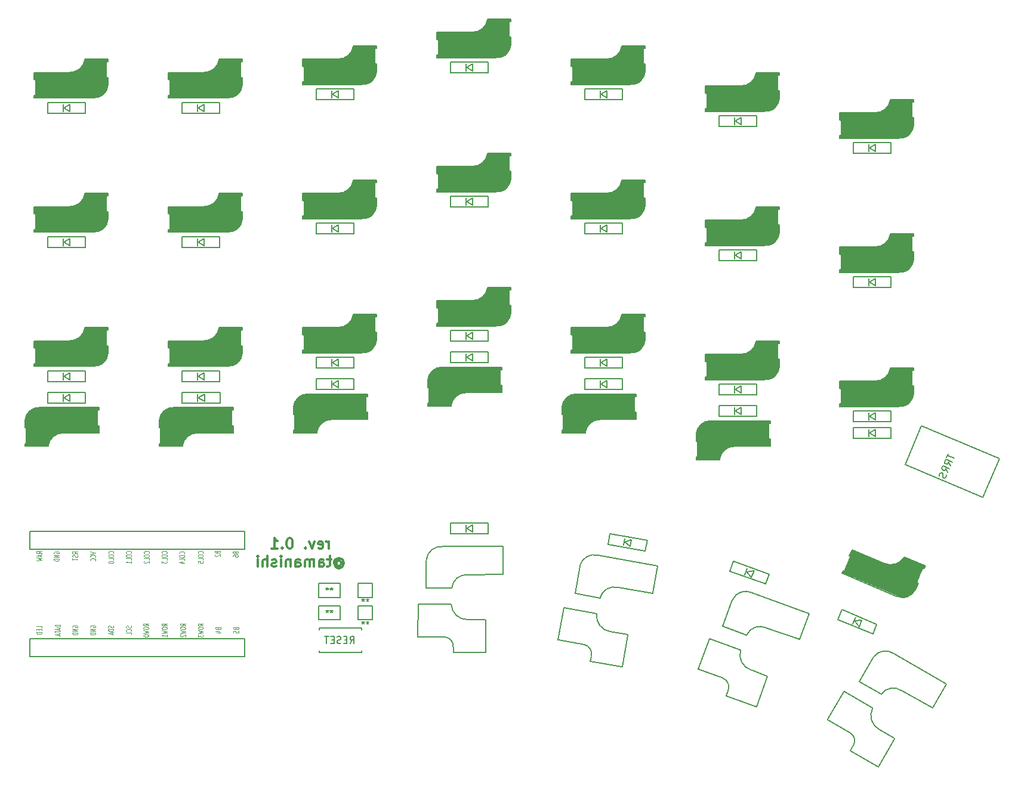
<source format=gbr>
G04 #@! TF.GenerationSoftware,KiCad,Pcbnew,(5.0.1-3-g963ef8bb5)*
G04 #@! TF.CreationDate,2018-11-25T10:31:51+09:00*
G04 #@! TF.ProjectId,Pinky,50696E6B792E6B696361645F70636200,rev?*
G04 #@! TF.SameCoordinates,Original*
G04 #@! TF.FileFunction,Legend,Bot*
G04 #@! TF.FilePolarity,Positive*
%FSLAX46Y46*%
G04 Gerber Fmt 4.6, Leading zero omitted, Abs format (unit mm)*
G04 Created by KiCad (PCBNEW (5.0.1-3-g963ef8bb5)) date Sunday, 25 November 2018 at 10:31:51*
%MOMM*%
%LPD*%
G01*
G04 APERTURE LIST*
%ADD10C,0.300000*%
%ADD11C,0.400000*%
%ADD12C,0.500000*%
%ADD13C,1.000000*%
%ADD14C,0.150000*%
%ADD15C,3.500000*%
%ADD16C,3.000000*%
%ADD17C,0.800000*%
%ADD18C,0.125000*%
G04 APERTURE END LIST*
D10*
X87235714Y-120603571D02*
X87235714Y-119603571D01*
X87235714Y-119889285D02*
X87164285Y-119746428D01*
X87092857Y-119675000D01*
X86950000Y-119603571D01*
X86807142Y-119603571D01*
X85735714Y-120532142D02*
X85878571Y-120603571D01*
X86164285Y-120603571D01*
X86307142Y-120532142D01*
X86378571Y-120389285D01*
X86378571Y-119817857D01*
X86307142Y-119675000D01*
X86164285Y-119603571D01*
X85878571Y-119603571D01*
X85735714Y-119675000D01*
X85664285Y-119817857D01*
X85664285Y-119960714D01*
X86378571Y-120103571D01*
X85164285Y-119603571D02*
X84807142Y-120603571D01*
X84450000Y-119603571D01*
X83878571Y-120460714D02*
X83807142Y-120532142D01*
X83878571Y-120603571D01*
X83950000Y-120532142D01*
X83878571Y-120460714D01*
X83878571Y-120603571D01*
X81735714Y-119103571D02*
X81592857Y-119103571D01*
X81450000Y-119175000D01*
X81378571Y-119246428D01*
X81307142Y-119389285D01*
X81235714Y-119675000D01*
X81235714Y-120032142D01*
X81307142Y-120317857D01*
X81378571Y-120460714D01*
X81450000Y-120532142D01*
X81592857Y-120603571D01*
X81735714Y-120603571D01*
X81878571Y-120532142D01*
X81950000Y-120460714D01*
X82021428Y-120317857D01*
X82092857Y-120032142D01*
X82092857Y-119675000D01*
X82021428Y-119389285D01*
X81950000Y-119246428D01*
X81878571Y-119175000D01*
X81735714Y-119103571D01*
X80592857Y-120460714D02*
X80521428Y-120532142D01*
X80592857Y-120603571D01*
X80664285Y-120532142D01*
X80592857Y-120460714D01*
X80592857Y-120603571D01*
X79092857Y-120603571D02*
X79950000Y-120603571D01*
X79521428Y-120603571D02*
X79521428Y-119103571D01*
X79664285Y-119317857D01*
X79807142Y-119460714D01*
X79950000Y-119532142D01*
X88342857Y-122439285D02*
X88414285Y-122367857D01*
X88557142Y-122296428D01*
X88700000Y-122296428D01*
X88842857Y-122367857D01*
X88914285Y-122439285D01*
X88985714Y-122582142D01*
X88985714Y-122725000D01*
X88914285Y-122867857D01*
X88842857Y-122939285D01*
X88700000Y-123010714D01*
X88557142Y-123010714D01*
X88414285Y-122939285D01*
X88342857Y-122867857D01*
X88342857Y-122296428D02*
X88342857Y-122867857D01*
X88271428Y-122939285D01*
X88200000Y-122939285D01*
X88057142Y-122867857D01*
X87985714Y-122725000D01*
X87985714Y-122367857D01*
X88128571Y-122153571D01*
X88342857Y-122010714D01*
X88628571Y-121939285D01*
X88914285Y-122010714D01*
X89128571Y-122153571D01*
X89271428Y-122367857D01*
X89342857Y-122653571D01*
X89271428Y-122939285D01*
X89128571Y-123153571D01*
X88914285Y-123296428D01*
X88628571Y-123367857D01*
X88342857Y-123296428D01*
X88128571Y-123153571D01*
X87557142Y-122153571D02*
X86985714Y-122153571D01*
X87342857Y-121653571D02*
X87342857Y-122939285D01*
X87271428Y-123082142D01*
X87128571Y-123153571D01*
X86985714Y-123153571D01*
X85842857Y-123153571D02*
X85842857Y-122367857D01*
X85914285Y-122225000D01*
X86057142Y-122153571D01*
X86342857Y-122153571D01*
X86485714Y-122225000D01*
X85842857Y-123082142D02*
X85985714Y-123153571D01*
X86342857Y-123153571D01*
X86485714Y-123082142D01*
X86557142Y-122939285D01*
X86557142Y-122796428D01*
X86485714Y-122653571D01*
X86342857Y-122582142D01*
X85985714Y-122582142D01*
X85842857Y-122510714D01*
X85128571Y-123153571D02*
X85128571Y-122153571D01*
X85128571Y-122296428D02*
X85057142Y-122225000D01*
X84914285Y-122153571D01*
X84700000Y-122153571D01*
X84557142Y-122225000D01*
X84485714Y-122367857D01*
X84485714Y-123153571D01*
X84485714Y-122367857D02*
X84414285Y-122225000D01*
X84271428Y-122153571D01*
X84057142Y-122153571D01*
X83914285Y-122225000D01*
X83842857Y-122367857D01*
X83842857Y-123153571D01*
X82485714Y-123153571D02*
X82485714Y-122367857D01*
X82557142Y-122225000D01*
X82700000Y-122153571D01*
X82985714Y-122153571D01*
X83128571Y-122225000D01*
X82485714Y-123082142D02*
X82628571Y-123153571D01*
X82985714Y-123153571D01*
X83128571Y-123082142D01*
X83200000Y-122939285D01*
X83200000Y-122796428D01*
X83128571Y-122653571D01*
X82985714Y-122582142D01*
X82628571Y-122582142D01*
X82485714Y-122510714D01*
X81771428Y-122153571D02*
X81771428Y-123153571D01*
X81771428Y-122296428D02*
X81700000Y-122225000D01*
X81557142Y-122153571D01*
X81342857Y-122153571D01*
X81200000Y-122225000D01*
X81128571Y-122367857D01*
X81128571Y-123153571D01*
X80414285Y-123153571D02*
X80414285Y-122153571D01*
X80414285Y-121653571D02*
X80485714Y-121725000D01*
X80414285Y-121796428D01*
X80342857Y-121725000D01*
X80414285Y-121653571D01*
X80414285Y-121796428D01*
X79771428Y-123082142D02*
X79628571Y-123153571D01*
X79342857Y-123153571D01*
X79200000Y-123082142D01*
X79128571Y-122939285D01*
X79128571Y-122867857D01*
X79200000Y-122725000D01*
X79342857Y-122653571D01*
X79557142Y-122653571D01*
X79700000Y-122582142D01*
X79771428Y-122439285D01*
X79771428Y-122367857D01*
X79700000Y-122225000D01*
X79557142Y-122153571D01*
X79342857Y-122153571D01*
X79200000Y-122225000D01*
X78485714Y-123153571D02*
X78485714Y-121653571D01*
X77842857Y-123153571D02*
X77842857Y-122367857D01*
X77914285Y-122225000D01*
X78057142Y-122153571D01*
X78271428Y-122153571D01*
X78414285Y-122225000D01*
X78485714Y-122296428D01*
X77128571Y-123153571D02*
X77128571Y-122153571D01*
X77128571Y-121653571D02*
X77200000Y-121725000D01*
X77128571Y-121796428D01*
X77057142Y-121725000D01*
X77128571Y-121653571D01*
X77128571Y-121796428D01*
D11*
G04 #@! TO.C,SW20*
X121800000Y-71045000D02*
X121800000Y-70345000D01*
X121800000Y-73545000D02*
X123200000Y-73545000D01*
D12*
X131900000Y-68445000D02*
X129200000Y-68445000D01*
D13*
X129216318Y-68666471D02*
G75*
G02X127000000Y-70545000I-2151318J291471D01*
G01*
D14*
X121600000Y-73395000D02*
X121600000Y-73745000D01*
X132100000Y-71844999D02*
G75*
G02X130000001Y-73745000I-2000000J99999D01*
G01*
X128816318Y-68266471D02*
G75*
G02X126600000Y-70145000I-2151318J291471D01*
G01*
X121600000Y-73745000D02*
X130000001Y-73745000D01*
X126600000Y-70145000D02*
X121600000Y-70145000D01*
X132100000Y-68245000D02*
X128820000Y-68245000D01*
X132100000Y-71845000D02*
X132100000Y-70845000D01*
X132100000Y-68245000D02*
X132100000Y-68605000D01*
X131900000Y-68605000D02*
X132100000Y-68605000D01*
X131870000Y-70845000D02*
X131870000Y-68605000D01*
X132100000Y-70845000D02*
X131900000Y-70845000D01*
X121800000Y-73395000D02*
X121600000Y-73395000D01*
X121820000Y-71145000D02*
X121820000Y-73395000D01*
X121600000Y-71145000D02*
X121800000Y-71145000D01*
X121600000Y-70145000D02*
X121600000Y-71145000D01*
D15*
X123600000Y-71945000D02*
X130300000Y-71945000D01*
D13*
X122300000Y-73145000D02*
X122300000Y-70645000D01*
D12*
X121900000Y-70445000D02*
X123300000Y-70445000D01*
D16*
X130370000Y-72245000D02*
X130370000Y-70005000D01*
D17*
X131500000Y-68745000D02*
X131500000Y-70544999D01*
D10*
X132000000Y-70945001D02*
X132000000Y-71845000D01*
G04 #@! TO.C,SW16*
X112950000Y-86185001D02*
X112950000Y-87085000D01*
D17*
X112450000Y-83985000D02*
X112450000Y-85784999D01*
D16*
X111320000Y-87485000D02*
X111320000Y-85245000D01*
D12*
X102850000Y-85685000D02*
X104250000Y-85685000D01*
D13*
X103250000Y-88385000D02*
X103250000Y-85885000D01*
D15*
X104550000Y-87185000D02*
X111250000Y-87185000D01*
D14*
X102550000Y-85385000D02*
X102550000Y-86385000D01*
X102550000Y-86385000D02*
X102750000Y-86385000D01*
X102770000Y-86385000D02*
X102770000Y-88635000D01*
X102750000Y-88635000D02*
X102550000Y-88635000D01*
X113050000Y-86085000D02*
X112850000Y-86085000D01*
X112820000Y-86085000D02*
X112820000Y-83845000D01*
X112850000Y-83845000D02*
X113050000Y-83845000D01*
X113050000Y-83485000D02*
X113050000Y-83845000D01*
X113050000Y-87085000D02*
X113050000Y-86085000D01*
X113050000Y-83485000D02*
X109770000Y-83485000D01*
X107550000Y-85385000D02*
X102550000Y-85385000D01*
X102550000Y-88985000D02*
X110950001Y-88985000D01*
X109766318Y-83506471D02*
G75*
G02X107550000Y-85385000I-2151318J291471D01*
G01*
X113050000Y-87084999D02*
G75*
G02X110950001Y-88985000I-2000000J99999D01*
G01*
X102550000Y-88635000D02*
X102550000Y-88985000D01*
D13*
X110166318Y-83906471D02*
G75*
G02X107950000Y-85785000I-2151318J291471D01*
G01*
D12*
X112850000Y-83685000D02*
X110150000Y-83685000D01*
D11*
X102750000Y-88785000D02*
X104150000Y-88785000D01*
X102750000Y-86285000D02*
X102750000Y-85585000D01*
D10*
G04 #@! TO.C,SW15*
X112950000Y-67135001D02*
X112950000Y-68035000D01*
D17*
X112450000Y-64935000D02*
X112450000Y-66734999D01*
D16*
X111320000Y-68435000D02*
X111320000Y-66195000D01*
D12*
X102850000Y-66635000D02*
X104250000Y-66635000D01*
D13*
X103250000Y-69335000D02*
X103250000Y-66835000D01*
D15*
X104550000Y-68135000D02*
X111250000Y-68135000D01*
D14*
X102550000Y-66335000D02*
X102550000Y-67335000D01*
X102550000Y-67335000D02*
X102750000Y-67335000D01*
X102770000Y-67335000D02*
X102770000Y-69585000D01*
X102750000Y-69585000D02*
X102550000Y-69585000D01*
X113050000Y-67035000D02*
X112850000Y-67035000D01*
X112820000Y-67035000D02*
X112820000Y-64795000D01*
X112850000Y-64795000D02*
X113050000Y-64795000D01*
X113050000Y-64435000D02*
X113050000Y-64795000D01*
X113050000Y-68035000D02*
X113050000Y-67035000D01*
X113050000Y-64435000D02*
X109770000Y-64435000D01*
X107550000Y-66335000D02*
X102550000Y-66335000D01*
X102550000Y-69935000D02*
X110950001Y-69935000D01*
X109766318Y-64456471D02*
G75*
G02X107550000Y-66335000I-2151318J291471D01*
G01*
X113050000Y-68034999D02*
G75*
G02X110950001Y-69935000I-2000000J99999D01*
G01*
X102550000Y-69585000D02*
X102550000Y-69935000D01*
D13*
X110166318Y-64856471D02*
G75*
G02X107950000Y-66735000I-2151318J291471D01*
G01*
D12*
X112850000Y-64635000D02*
X110150000Y-64635000D01*
D11*
X102750000Y-69735000D02*
X104150000Y-69735000D01*
X102750000Y-67235000D02*
X102750000Y-66535000D01*
D10*
G04 #@! TO.C,SW10*
X93900000Y-51895001D02*
X93900000Y-52795000D01*
D17*
X93400000Y-49695000D02*
X93400000Y-51494999D01*
D16*
X92270000Y-53195000D02*
X92270000Y-50955000D01*
D12*
X83800000Y-51395000D02*
X85200000Y-51395000D01*
D13*
X84200000Y-54095000D02*
X84200000Y-51595000D01*
D15*
X85500000Y-52895000D02*
X92200000Y-52895000D01*
D14*
X83500000Y-51095000D02*
X83500000Y-52095000D01*
X83500000Y-52095000D02*
X83700000Y-52095000D01*
X83720000Y-52095000D02*
X83720000Y-54345000D01*
X83700000Y-54345000D02*
X83500000Y-54345000D01*
X94000000Y-51795000D02*
X93800000Y-51795000D01*
X93770000Y-51795000D02*
X93770000Y-49555000D01*
X93800000Y-49555000D02*
X94000000Y-49555000D01*
X94000000Y-49195000D02*
X94000000Y-49555000D01*
X94000000Y-52795000D02*
X94000000Y-51795000D01*
X94000000Y-49195000D02*
X90720000Y-49195000D01*
X88500000Y-51095000D02*
X83500000Y-51095000D01*
X83500000Y-54695000D02*
X91900001Y-54695000D01*
X90716318Y-49216471D02*
G75*
G02X88500000Y-51095000I-2151318J291471D01*
G01*
X94000000Y-52794999D02*
G75*
G02X91900001Y-54695000I-2000000J99999D01*
G01*
X83500000Y-54345000D02*
X83500000Y-54695000D01*
D13*
X91116318Y-49616471D02*
G75*
G02X88900000Y-51495000I-2151318J291471D01*
G01*
D12*
X93800000Y-49395000D02*
X91100000Y-49395000D01*
D11*
X83700000Y-54495000D02*
X85100000Y-54495000D01*
X83700000Y-51995000D02*
X83700000Y-51295000D01*
G04 #@! TO.C,SW11*
X83700000Y-71045000D02*
X83700000Y-70345000D01*
X83700000Y-73545000D02*
X85100000Y-73545000D01*
D12*
X93800000Y-68445000D02*
X91100000Y-68445000D01*
D13*
X91116318Y-68666471D02*
G75*
G02X88900000Y-70545000I-2151318J291471D01*
G01*
D14*
X83500000Y-73395000D02*
X83500000Y-73745000D01*
X94000000Y-71844999D02*
G75*
G02X91900001Y-73745000I-2000000J99999D01*
G01*
X90716318Y-68266471D02*
G75*
G02X88500000Y-70145000I-2151318J291471D01*
G01*
X83500000Y-73745000D02*
X91900001Y-73745000D01*
X88500000Y-70145000D02*
X83500000Y-70145000D01*
X94000000Y-68245000D02*
X90720000Y-68245000D01*
X94000000Y-71845000D02*
X94000000Y-70845000D01*
X94000000Y-68245000D02*
X94000000Y-68605000D01*
X93800000Y-68605000D02*
X94000000Y-68605000D01*
X93770000Y-70845000D02*
X93770000Y-68605000D01*
X94000000Y-70845000D02*
X93800000Y-70845000D01*
X83700000Y-73395000D02*
X83500000Y-73395000D01*
X83720000Y-71145000D02*
X83720000Y-73395000D01*
X83500000Y-71145000D02*
X83700000Y-71145000D01*
X83500000Y-70145000D02*
X83500000Y-71145000D01*
D15*
X85500000Y-71945000D02*
X92200000Y-71945000D01*
D13*
X84200000Y-73145000D02*
X84200000Y-70645000D01*
D12*
X83800000Y-70445000D02*
X85200000Y-70445000D01*
D16*
X92270000Y-72245000D02*
X92270000Y-70005000D01*
D17*
X93400000Y-68745000D02*
X93400000Y-70544999D01*
D10*
X93900000Y-70945001D02*
X93900000Y-71845000D01*
D14*
G04 #@! TO.C,D12*
X90800000Y-97995000D02*
X90800000Y-96495000D01*
X85400000Y-97995000D02*
X90800000Y-97995000D01*
X85400000Y-96495000D02*
X85400000Y-97995000D01*
X90800000Y-96495000D02*
X85400000Y-96495000D01*
X87600000Y-96745000D02*
X87600000Y-97745000D01*
X88600000Y-97745000D02*
X87700000Y-97245000D01*
X88600000Y-96745000D02*
X88600000Y-97745000D01*
X87700000Y-97245000D02*
X88600000Y-96745000D01*
D11*
G04 #@! TO.C,SW3*
X45600000Y-72950000D02*
X45600000Y-72250000D01*
X45600000Y-75450000D02*
X47000000Y-75450000D01*
D12*
X55700000Y-70350000D02*
X53000000Y-70350000D01*
D13*
X53016318Y-70571471D02*
G75*
G02X50800000Y-72450000I-2151318J291471D01*
G01*
D14*
X45400000Y-75300000D02*
X45400000Y-75650000D01*
X55900000Y-73749999D02*
G75*
G02X53800001Y-75650000I-2000000J99999D01*
G01*
X52616318Y-70171471D02*
G75*
G02X50400000Y-72050000I-2151318J291471D01*
G01*
X45400000Y-75650000D02*
X53800001Y-75650000D01*
X50400000Y-72050000D02*
X45400000Y-72050000D01*
X55900000Y-70150000D02*
X52620000Y-70150000D01*
X55900000Y-73750000D02*
X55900000Y-72750000D01*
X55900000Y-70150000D02*
X55900000Y-70510000D01*
X55700000Y-70510000D02*
X55900000Y-70510000D01*
X55670000Y-72750000D02*
X55670000Y-70510000D01*
X55900000Y-72750000D02*
X55700000Y-72750000D01*
X45600000Y-75300000D02*
X45400000Y-75300000D01*
X45620000Y-73050000D02*
X45620000Y-75300000D01*
X45400000Y-73050000D02*
X45600000Y-73050000D01*
X45400000Y-72050000D02*
X45400000Y-73050000D01*
D15*
X47400000Y-73850000D02*
X54100000Y-73850000D01*
D13*
X46100000Y-75050000D02*
X46100000Y-72550000D01*
D12*
X45700000Y-72350000D02*
X47100000Y-72350000D01*
D16*
X54170000Y-74150000D02*
X54170000Y-71910000D01*
D17*
X55300000Y-70650000D02*
X55300000Y-72449999D01*
D10*
X55800000Y-72850001D02*
X55800000Y-73750000D01*
D11*
G04 #@! TO.C,SW2*
X45600000Y-53900000D02*
X45600000Y-53200000D01*
X45600000Y-56400000D02*
X47000000Y-56400000D01*
D12*
X55700000Y-51300000D02*
X53000000Y-51300000D01*
D13*
X53016318Y-51521471D02*
G75*
G02X50800000Y-53400000I-2151318J291471D01*
G01*
D14*
X45400000Y-56250000D02*
X45400000Y-56600000D01*
X55900000Y-54699999D02*
G75*
G02X53800001Y-56600000I-2000000J99999D01*
G01*
X52616318Y-51121471D02*
G75*
G02X50400000Y-53000000I-2151318J291471D01*
G01*
X45400000Y-56600000D02*
X53800001Y-56600000D01*
X50400000Y-53000000D02*
X45400000Y-53000000D01*
X55900000Y-51100000D02*
X52620000Y-51100000D01*
X55900000Y-54700000D02*
X55900000Y-53700000D01*
X55900000Y-51100000D02*
X55900000Y-51460000D01*
X55700000Y-51460000D02*
X55900000Y-51460000D01*
X55670000Y-53700000D02*
X55670000Y-51460000D01*
X55900000Y-53700000D02*
X55700000Y-53700000D01*
X45600000Y-56250000D02*
X45400000Y-56250000D01*
X45620000Y-54000000D02*
X45620000Y-56250000D01*
X45400000Y-54000000D02*
X45600000Y-54000000D01*
X45400000Y-53000000D02*
X45400000Y-54000000D01*
D15*
X47400000Y-54800000D02*
X54100000Y-54800000D01*
D13*
X46100000Y-56000000D02*
X46100000Y-53500000D01*
D12*
X45700000Y-53300000D02*
X47100000Y-53300000D01*
D16*
X54170000Y-55100000D02*
X54170000Y-52860000D01*
D17*
X55300000Y-51600000D02*
X55300000Y-53399999D01*
D10*
X55800000Y-53800001D02*
X55800000Y-54700000D01*
D14*
G04 #@! TO.C,SW33*
X161575462Y-148655191D02*
X161225462Y-149261408D01*
X161600463Y-148611889D02*
G75*
G03X161253911Y-146772133I-1093154J746602D01*
G01*
X164374314Y-143227436D02*
G75*
G03X165341795Y-146291711I2015878J-1048397D01*
G01*
X160299665Y-140874936D02*
X157978015Y-144846152D01*
X167491858Y-147567691D02*
X165191858Y-151551408D01*
X161256411Y-146767803D02*
X157987165Y-144880303D01*
X164382485Y-143203285D02*
X160312165Y-140853285D01*
X167482708Y-147533541D02*
X165274343Y-146258541D01*
X165157708Y-151560559D02*
X161217292Y-149285559D01*
X165607927Y-141260756D02*
G75*
G02X168505144Y-140762629I1697672J-1199545D01*
G01*
X164486771Y-135994655D02*
G75*
G02X167389453Y-135495063I1701137J-1201545D01*
G01*
X172881922Y-143231828D02*
X168485494Y-140746665D01*
X172904922Y-143191990D02*
X174858922Y-139807563D01*
X174858922Y-139807563D02*
X167389453Y-135495063D01*
X164442245Y-136049777D02*
X162469745Y-139466247D01*
X162465245Y-139474041D02*
X165591597Y-141279041D01*
D10*
G04 #@! TO.C,SW32*
X170704149Y-125534160D02*
X170352492Y-126362613D01*
D17*
X171103506Y-123313683D02*
X170400190Y-124970591D01*
D16*
X168695776Y-126093924D02*
X169571014Y-124031993D01*
D12*
X161602416Y-121127522D02*
X162891123Y-121674546D01*
D13*
X160915644Y-123769178D02*
X161892472Y-121467916D01*
D15*
X162581178Y-123172522D02*
X168748560Y-125790421D01*
D14*
X161443484Y-120734151D02*
X161052753Y-121654656D01*
X161052753Y-121654656D02*
X161236854Y-121732802D01*
X161255264Y-121740617D02*
X160376119Y-123811753D01*
X160357709Y-123803938D02*
X160173608Y-123725792D01*
X170835273Y-125481182D02*
X170651172Y-125403035D01*
X170623557Y-125391313D02*
X171498795Y-123329383D01*
X171526410Y-123341105D02*
X171710511Y-123419251D01*
X171851174Y-123087869D02*
X171710511Y-123419251D01*
X170444542Y-126401686D02*
X170835273Y-125481182D01*
X171851174Y-123087869D02*
X168831918Y-121806271D01*
X166046009Y-122687807D02*
X161443484Y-120734151D01*
X160036852Y-124047969D02*
X167769094Y-127330111D01*
X168820140Y-121824596D02*
G75*
G02X166046009Y-122687807I-1866412J1108887D01*
G01*
X170444543Y-126401686D02*
G75*
G02X167769094Y-127330111I-1801937J873512D01*
G01*
X160173608Y-123725792D02*
X160036852Y-124047969D01*
D13*
X169032049Y-122349090D02*
G75*
G02X166257918Y-123212301I-1866412J1108887D01*
G01*
D12*
X171588927Y-123193824D02*
X169103564Y-122138850D01*
D11*
X160299099Y-123942014D02*
X161587806Y-124489038D01*
X161275927Y-121640752D02*
X161549439Y-120996399D01*
D14*
G04 #@! TO.C,U1*
X75302000Y-135960000D02*
X44822000Y-135960000D01*
X75302000Y-133420000D02*
X75302000Y-135960000D01*
X44822000Y-133420000D02*
X75302000Y-133420000D01*
X44822000Y-135960000D02*
X44822000Y-133420000D01*
X75302000Y-120720000D02*
X44822000Y-120720000D01*
X75302000Y-118180000D02*
X75302000Y-120720000D01*
X44822000Y-118180000D02*
X75302000Y-118180000D01*
X44822000Y-120720000D02*
X44822000Y-118180000D01*
G04 #@! TO.C,D27*
X146524123Y-123863192D02*
X147540856Y-123701164D01*
X147540856Y-123701164D02*
X147198836Y-124640856D01*
X147198836Y-124640856D02*
X146524123Y-123863192D01*
X146601164Y-123359144D02*
X146259144Y-124298836D01*
X149693685Y-124218685D02*
X144619345Y-122371776D01*
X144619345Y-122371776D02*
X144106315Y-123781315D01*
X144106315Y-123781315D02*
X149180655Y-125628224D01*
X149180655Y-125628224D02*
X149693685Y-124218685D01*
G04 #@! TO.C,SW28*
X143114325Y-131611713D02*
X146506615Y-132846405D01*
X144466673Y-127896168D02*
X143117403Y-131603255D01*
X155377630Y-129788028D02*
X147272781Y-126838104D01*
X154041015Y-133460347D02*
X155377630Y-129788028D01*
X154025282Y-133503573D02*
X149264101Y-131819597D01*
X144500950Y-127834151D02*
G75*
G02X147272781Y-126838104I1883939J-887892D01*
G01*
X146519522Y-132825562D02*
G75*
G02X149286226Y-131831906I1880180J-886524D01*
G01*
X147864685Y-143047068D02*
X143589084Y-141490876D01*
X149455079Y-138677497D02*
X147058863Y-137805346D01*
X145650014Y-134951375D02*
X141233458Y-133343881D01*
X143190404Y-139004578D02*
X139643065Y-137713451D01*
X149470021Y-138709540D02*
X147896728Y-143032126D01*
X141224908Y-133367373D02*
X139628123Y-137681409D01*
X145646161Y-134976578D02*
G75*
G03X147131050Y-137826299I2167305J-682416D01*
G01*
X143849451Y-140760903D02*
G75*
G03X143188694Y-139009276I-1206192J545435D01*
G01*
X143832350Y-140807889D02*
X143592936Y-141465674D01*
D10*
G04 #@! TO.C,SW25*
X151050000Y-74755001D02*
X151050000Y-75655000D01*
D17*
X150550000Y-72555000D02*
X150550000Y-74354999D01*
D16*
X149420000Y-76055000D02*
X149420000Y-73815000D01*
D12*
X140950000Y-74255000D02*
X142350000Y-74255000D01*
D13*
X141350000Y-76955000D02*
X141350000Y-74455000D01*
D15*
X142650000Y-75755000D02*
X149350000Y-75755000D01*
D14*
X140650000Y-73955000D02*
X140650000Y-74955000D01*
X140650000Y-74955000D02*
X140850000Y-74955000D01*
X140870000Y-74955000D02*
X140870000Y-77205000D01*
X140850000Y-77205000D02*
X140650000Y-77205000D01*
X151150000Y-74655000D02*
X150950000Y-74655000D01*
X150920000Y-74655000D02*
X150920000Y-72415000D01*
X150950000Y-72415000D02*
X151150000Y-72415000D01*
X151150000Y-72055000D02*
X151150000Y-72415000D01*
X151150000Y-75655000D02*
X151150000Y-74655000D01*
X151150000Y-72055000D02*
X147870000Y-72055000D01*
X145650000Y-73955000D02*
X140650000Y-73955000D01*
X140650000Y-77555000D02*
X149050001Y-77555000D01*
X147866318Y-72076471D02*
G75*
G02X145650000Y-73955000I-2151318J291471D01*
G01*
X151150000Y-75654999D02*
G75*
G02X149050001Y-77555000I-2000000J99999D01*
G01*
X140650000Y-77205000D02*
X140650000Y-77555000D01*
D13*
X148266318Y-72476471D02*
G75*
G02X146050000Y-74355000I-2151318J291471D01*
G01*
D12*
X150950000Y-72255000D02*
X148250000Y-72255000D01*
D11*
X140850000Y-77355000D02*
X142250000Y-77355000D01*
X140850000Y-74855000D02*
X140850000Y-74155000D01*
D14*
G04 #@! TO.C,SW23*
X124452277Y-135890140D02*
X124330723Y-136579506D01*
X124460960Y-135840900D02*
G75*
G03X123506074Y-134230622I-1282582J327696D01*
G01*
X125225937Y-129832455D02*
G75*
G03X127183114Y-132381034I2252878J-295701D01*
G01*
X120592416Y-129015440D02*
X119769014Y-133541215D01*
X129639924Y-132844699D02*
X128841143Y-137374814D01*
X123506943Y-134225698D02*
X119789293Y-133570176D01*
X125225354Y-129806967D02*
X120596757Y-128990820D01*
X129619645Y-132815737D02*
X127108386Y-132372934D01*
X128812181Y-137395093D02*
X124331306Y-136604994D01*
X125712509Y-127562461D02*
G75*
G02X128264633Y-126103467I2005559J-546565D01*
G01*
X122857855Y-122997402D02*
G75*
G02X125414613Y-121535164I2009498J-547260D01*
G01*
X133221975Y-126926809D02*
X128240708Y-126095187D01*
X133229962Y-126881508D02*
X133908579Y-123032879D01*
X133908579Y-123032879D02*
X125414613Y-121535164D01*
X122834866Y-123064429D02*
X122149824Y-126949495D01*
X122148261Y-126958358D02*
X125703417Y-127585228D01*
D10*
G04 #@! TO.C,SW14*
X112950000Y-48085001D02*
X112950000Y-48985000D01*
D17*
X112450000Y-45885000D02*
X112450000Y-47684999D01*
D16*
X111320000Y-49385000D02*
X111320000Y-47145000D01*
D12*
X102850000Y-47585000D02*
X104250000Y-47585000D01*
D13*
X103250000Y-50285000D02*
X103250000Y-47785000D01*
D15*
X104550000Y-49085000D02*
X111250000Y-49085000D01*
D14*
X102550000Y-47285000D02*
X102550000Y-48285000D01*
X102550000Y-48285000D02*
X102750000Y-48285000D01*
X102770000Y-48285000D02*
X102770000Y-50535000D01*
X102750000Y-50535000D02*
X102550000Y-50535000D01*
X113050000Y-47985000D02*
X112850000Y-47985000D01*
X112820000Y-47985000D02*
X112820000Y-45745000D01*
X112850000Y-45745000D02*
X113050000Y-45745000D01*
X113050000Y-45385000D02*
X113050000Y-45745000D01*
X113050000Y-48985000D02*
X113050000Y-47985000D01*
X113050000Y-45385000D02*
X109770000Y-45385000D01*
X107550000Y-47285000D02*
X102550000Y-47285000D01*
X102550000Y-50885000D02*
X110950001Y-50885000D01*
X109766318Y-45406471D02*
G75*
G02X107550000Y-47285000I-2151318J291471D01*
G01*
X113050000Y-48984999D02*
G75*
G02X110950001Y-50885000I-2000000J99999D01*
G01*
X102550000Y-50535000D02*
X102550000Y-50885000D01*
D13*
X110166318Y-45806471D02*
G75*
G02X107950000Y-47685000I-2151318J291471D01*
G01*
D12*
X112850000Y-45585000D02*
X110150000Y-45585000D01*
D11*
X102750000Y-50685000D02*
X104150000Y-50685000D01*
X102750000Y-48185000D02*
X102750000Y-47485000D01*
D14*
G04 #@! TO.C,D14*
X109850000Y-72085000D02*
X109850000Y-70585000D01*
X104450000Y-72085000D02*
X109850000Y-72085000D01*
X104450000Y-70585000D02*
X104450000Y-72085000D01*
X109850000Y-70585000D02*
X104450000Y-70585000D01*
X106650000Y-70835000D02*
X106650000Y-71835000D01*
X107650000Y-71835000D02*
X106750000Y-71335000D01*
X107650000Y-70835000D02*
X107650000Y-71835000D01*
X106750000Y-71335000D02*
X107650000Y-70835000D01*
G04 #@! TO.C,D9*
X90800000Y-56845000D02*
X90800000Y-55345000D01*
X85400000Y-56845000D02*
X90800000Y-56845000D01*
X85400000Y-55345000D02*
X85400000Y-56845000D01*
X90800000Y-55345000D02*
X85400000Y-55345000D01*
X87600000Y-55595000D02*
X87600000Y-56595000D01*
X88600000Y-56595000D02*
X87700000Y-56095000D01*
X88600000Y-55595000D02*
X88600000Y-56595000D01*
X87700000Y-56095000D02*
X88600000Y-55595000D01*
D11*
G04 #@! TO.C,SW5*
X54400000Y-103250000D02*
X54400000Y-103950000D01*
X54400000Y-100750000D02*
X53000000Y-100750000D01*
D12*
X44300000Y-105850000D02*
X47000000Y-105850000D01*
D13*
X46983682Y-105628529D02*
G75*
G02X49200000Y-103750000I2151318J-291471D01*
G01*
D14*
X54600000Y-100900000D02*
X54600000Y-100550000D01*
X44100000Y-102450001D02*
G75*
G02X46199999Y-100550000I2000000J-99999D01*
G01*
X47383682Y-106028529D02*
G75*
G02X49600000Y-104150000I2151318J-291471D01*
G01*
X54600000Y-100550000D02*
X46199999Y-100550000D01*
X49600000Y-104150000D02*
X54600000Y-104150000D01*
X44100000Y-106050000D02*
X47380000Y-106050000D01*
X44100000Y-102450000D02*
X44100000Y-103450000D01*
X44100000Y-106050000D02*
X44100000Y-105690000D01*
X44300000Y-105690000D02*
X44100000Y-105690000D01*
X44330000Y-103450000D02*
X44330000Y-105690000D01*
X44100000Y-103450000D02*
X44300000Y-103450000D01*
X54400000Y-100900000D02*
X54600000Y-100900000D01*
X54380000Y-103150000D02*
X54380000Y-100900000D01*
X54600000Y-103150000D02*
X54400000Y-103150000D01*
X54600000Y-104150000D02*
X54600000Y-103150000D01*
D15*
X52600000Y-102350000D02*
X45900000Y-102350000D01*
D13*
X53900000Y-101150000D02*
X53900000Y-103650000D01*
D12*
X54300000Y-103850000D02*
X52900000Y-103850000D01*
D16*
X45830000Y-102050000D02*
X45830000Y-104290000D01*
D17*
X44700000Y-105550000D02*
X44700000Y-103750001D01*
D10*
X44200000Y-103349999D02*
X44200000Y-102450000D01*
D14*
G04 #@! TO.C,D6*
X68650000Y-77050000D02*
X69550000Y-76550000D01*
X69550000Y-76550000D02*
X69550000Y-77550000D01*
X69550000Y-77550000D02*
X68650000Y-77050000D01*
X68550000Y-76550000D02*
X68550000Y-77550000D01*
X71750000Y-76300000D02*
X66350000Y-76300000D01*
X66350000Y-76300000D02*
X66350000Y-77800000D01*
X66350000Y-77800000D02*
X71750000Y-77800000D01*
X71750000Y-77800000D02*
X71750000Y-76300000D01*
D11*
G04 #@! TO.C,SW13*
X92500000Y-101345000D02*
X92500000Y-102045000D01*
X92500000Y-98845000D02*
X91100000Y-98845000D01*
D12*
X82400000Y-103945000D02*
X85100000Y-103945000D01*
D13*
X85083682Y-103723529D02*
G75*
G02X87300000Y-101845000I2151318J-291471D01*
G01*
D14*
X92700000Y-98995000D02*
X92700000Y-98645000D01*
X82200000Y-100545001D02*
G75*
G02X84299999Y-98645000I2000000J-99999D01*
G01*
X85483682Y-104123529D02*
G75*
G02X87700000Y-102245000I2151318J-291471D01*
G01*
X92700000Y-98645000D02*
X84299999Y-98645000D01*
X87700000Y-102245000D02*
X92700000Y-102245000D01*
X82200000Y-104145000D02*
X85480000Y-104145000D01*
X82200000Y-100545000D02*
X82200000Y-101545000D01*
X82200000Y-104145000D02*
X82200000Y-103785000D01*
X82400000Y-103785000D02*
X82200000Y-103785000D01*
X82430000Y-101545000D02*
X82430000Y-103785000D01*
X82200000Y-101545000D02*
X82400000Y-101545000D01*
X92500000Y-98995000D02*
X92700000Y-98995000D01*
X92480000Y-101245000D02*
X92480000Y-98995000D01*
X92700000Y-101245000D02*
X92500000Y-101245000D01*
X92700000Y-102245000D02*
X92700000Y-101245000D01*
D15*
X90700000Y-100445000D02*
X84000000Y-100445000D01*
D13*
X92000000Y-99245000D02*
X92000000Y-101745000D01*
D12*
X92400000Y-101945000D02*
X91000000Y-101945000D01*
D16*
X83930000Y-100145000D02*
X83930000Y-102385000D01*
D17*
X82800000Y-103645000D02*
X82800000Y-101845001D01*
D10*
X82300000Y-101444999D02*
X82300000Y-100545000D01*
D14*
G04 #@! TO.C,D7*
X71750000Y-96850000D02*
X71750000Y-95350000D01*
X66350000Y-96850000D02*
X71750000Y-96850000D01*
X66350000Y-95350000D02*
X66350000Y-96850000D01*
X71750000Y-95350000D02*
X66350000Y-95350000D01*
X68550000Y-95600000D02*
X68550000Y-96600000D01*
X69550000Y-96600000D02*
X68650000Y-96100000D01*
X69550000Y-95600000D02*
X69550000Y-96600000D01*
X68650000Y-96100000D02*
X69550000Y-95600000D01*
G04 #@! TO.C,D2*
X49600000Y-77050000D02*
X50500000Y-76550000D01*
X50500000Y-76550000D02*
X50500000Y-77550000D01*
X50500000Y-77550000D02*
X49600000Y-77050000D01*
X49500000Y-76550000D02*
X49500000Y-77550000D01*
X52700000Y-76300000D02*
X47300000Y-76300000D01*
X47300000Y-76300000D02*
X47300000Y-77800000D01*
X47300000Y-77800000D02*
X52700000Y-77800000D01*
X52700000Y-77800000D02*
X52700000Y-76300000D01*
G04 #@! TO.C,D3*
X52700000Y-96850000D02*
X52700000Y-95350000D01*
X47300000Y-96850000D02*
X52700000Y-96850000D01*
X47300000Y-95350000D02*
X47300000Y-96850000D01*
X52700000Y-95350000D02*
X47300000Y-95350000D01*
X49500000Y-95600000D02*
X49500000Y-96600000D01*
X50500000Y-96600000D02*
X49600000Y-96100000D01*
X50500000Y-95600000D02*
X50500000Y-96600000D01*
X49600000Y-96100000D02*
X50500000Y-95600000D01*
G04 #@! TO.C,D4*
X49600000Y-99150000D02*
X50500000Y-98650000D01*
X50500000Y-98650000D02*
X50500000Y-99650000D01*
X50500000Y-99650000D02*
X49600000Y-99150000D01*
X49500000Y-98650000D02*
X49500000Y-99650000D01*
X52700000Y-98400000D02*
X47300000Y-98400000D01*
X47300000Y-98400000D02*
X47300000Y-99900000D01*
X47300000Y-99900000D02*
X52700000Y-99900000D01*
X52700000Y-99900000D02*
X52700000Y-98400000D01*
G04 #@! TO.C,D5*
X71750000Y-58750000D02*
X71750000Y-57250000D01*
X66350000Y-58750000D02*
X71750000Y-58750000D01*
X66350000Y-57250000D02*
X66350000Y-58750000D01*
X71750000Y-57250000D02*
X66350000Y-57250000D01*
X68550000Y-57500000D02*
X68550000Y-58500000D01*
X69550000Y-58500000D02*
X68650000Y-58000000D01*
X69550000Y-57500000D02*
X69550000Y-58500000D01*
X68650000Y-58000000D02*
X69550000Y-57500000D01*
G04 #@! TO.C,D8*
X68700000Y-99150000D02*
X69600000Y-98650000D01*
X69600000Y-98650000D02*
X69600000Y-99650000D01*
X69600000Y-99650000D02*
X68700000Y-99150000D01*
X68600000Y-98650000D02*
X68600000Y-99650000D01*
X71800000Y-98400000D02*
X66400000Y-98400000D01*
X66400000Y-98400000D02*
X66400000Y-99900000D01*
X66400000Y-99900000D02*
X71800000Y-99900000D01*
X71800000Y-99900000D02*
X71800000Y-98400000D01*
G04 #@! TO.C,D10*
X87700000Y-75145000D02*
X88600000Y-74645000D01*
X88600000Y-74645000D02*
X88600000Y-75645000D01*
X88600000Y-75645000D02*
X87700000Y-75145000D01*
X87600000Y-74645000D02*
X87600000Y-75645000D01*
X90800000Y-74395000D02*
X85400000Y-74395000D01*
X85400000Y-74395000D02*
X85400000Y-75895000D01*
X85400000Y-75895000D02*
X90800000Y-75895000D01*
X90800000Y-75895000D02*
X90800000Y-74395000D01*
G04 #@! TO.C,D11*
X90800000Y-94945000D02*
X90800000Y-93445000D01*
X85400000Y-94945000D02*
X90800000Y-94945000D01*
X85400000Y-93445000D02*
X85400000Y-94945000D01*
X90800000Y-93445000D02*
X85400000Y-93445000D01*
X87600000Y-93695000D02*
X87600000Y-94695000D01*
X88600000Y-94695000D02*
X87700000Y-94195000D01*
X88600000Y-93695000D02*
X88600000Y-94695000D01*
X87700000Y-94195000D02*
X88600000Y-93695000D01*
G04 #@! TO.C,D13*
X106750000Y-52285000D02*
X107650000Y-51785000D01*
X107650000Y-51785000D02*
X107650000Y-52785000D01*
X107650000Y-52785000D02*
X106750000Y-52285000D01*
X106650000Y-51785000D02*
X106650000Y-52785000D01*
X109850000Y-51535000D02*
X104450000Y-51535000D01*
X104450000Y-51535000D02*
X104450000Y-53035000D01*
X104450000Y-53035000D02*
X109850000Y-53035000D01*
X109850000Y-53035000D02*
X109850000Y-51535000D01*
G04 #@! TO.C,D15*
X106750000Y-90385000D02*
X107650000Y-89885000D01*
X107650000Y-89885000D02*
X107650000Y-90885000D01*
X107650000Y-90885000D02*
X106750000Y-90385000D01*
X106650000Y-89885000D02*
X106650000Y-90885000D01*
X109850000Y-89635000D02*
X104450000Y-89635000D01*
X104450000Y-89635000D02*
X104450000Y-91135000D01*
X104450000Y-91135000D02*
X109850000Y-91135000D01*
X109850000Y-91135000D02*
X109850000Y-89635000D01*
G04 #@! TO.C,D16*
X106750000Y-93435000D02*
X107650000Y-92935000D01*
X107650000Y-92935000D02*
X107650000Y-93935000D01*
X107650000Y-93935000D02*
X106750000Y-93435000D01*
X106650000Y-92935000D02*
X106650000Y-93935000D01*
X109850000Y-92685000D02*
X104450000Y-92685000D01*
X104450000Y-92685000D02*
X104450000Y-94185000D01*
X104450000Y-94185000D02*
X109850000Y-94185000D01*
X109850000Y-94185000D02*
X109850000Y-92685000D01*
G04 #@! TO.C,D17*
X109850000Y-118450000D02*
X109850000Y-116950000D01*
X104450000Y-118450000D02*
X109850000Y-118450000D01*
X104450000Y-116950000D02*
X104450000Y-118450000D01*
X109850000Y-116950000D02*
X104450000Y-116950000D01*
X106650000Y-117200000D02*
X106650000Y-118200000D01*
X107650000Y-118200000D02*
X106750000Y-117700000D01*
X107650000Y-117200000D02*
X107650000Y-118200000D01*
X106750000Y-117700000D02*
X107650000Y-117200000D01*
G04 #@! TO.C,D18*
X125800000Y-56095000D02*
X126700000Y-55595000D01*
X126700000Y-55595000D02*
X126700000Y-56595000D01*
X126700000Y-56595000D02*
X125800000Y-56095000D01*
X125700000Y-55595000D02*
X125700000Y-56595000D01*
X128900000Y-55345000D02*
X123500000Y-55345000D01*
X123500000Y-55345000D02*
X123500000Y-56845000D01*
X123500000Y-56845000D02*
X128900000Y-56845000D01*
X128900000Y-56845000D02*
X128900000Y-55345000D01*
G04 #@! TO.C,D19*
X125800000Y-75145000D02*
X126700000Y-74645000D01*
X126700000Y-74645000D02*
X126700000Y-75645000D01*
X126700000Y-75645000D02*
X125800000Y-75145000D01*
X125700000Y-74645000D02*
X125700000Y-75645000D01*
X128900000Y-74395000D02*
X123500000Y-74395000D01*
X123500000Y-74395000D02*
X123500000Y-75895000D01*
X123500000Y-75895000D02*
X128900000Y-75895000D01*
X128900000Y-75895000D02*
X128900000Y-74395000D01*
G04 #@! TO.C,D20*
X128900000Y-94945000D02*
X128900000Y-93445000D01*
X123500000Y-94945000D02*
X128900000Y-94945000D01*
X123500000Y-93445000D02*
X123500000Y-94945000D01*
X128900000Y-93445000D02*
X123500000Y-93445000D01*
X125700000Y-93695000D02*
X125700000Y-94695000D01*
X126700000Y-94695000D02*
X125800000Y-94195000D01*
X126700000Y-93695000D02*
X126700000Y-94695000D01*
X125800000Y-94195000D02*
X126700000Y-93695000D01*
G04 #@! TO.C,D21*
X125800000Y-97245000D02*
X126700000Y-96745000D01*
X126700000Y-96745000D02*
X126700000Y-97745000D01*
X126700000Y-97745000D02*
X125800000Y-97245000D01*
X125700000Y-96745000D02*
X125700000Y-97745000D01*
X128900000Y-96495000D02*
X123500000Y-96495000D01*
X123500000Y-96495000D02*
X123500000Y-97995000D01*
X123500000Y-97995000D02*
X128900000Y-97995000D01*
X128900000Y-97995000D02*
X128900000Y-96495000D01*
G04 #@! TO.C,D22*
X132128745Y-120907456D02*
X132389217Y-119430244D01*
X126810783Y-119969756D02*
X132128745Y-120907456D01*
X127071255Y-118492544D02*
X126810783Y-119969756D01*
X132389217Y-119430244D02*
X127071255Y-118492544D01*
X129194420Y-119120772D02*
X129020772Y-120105580D01*
X130005580Y-120279228D02*
X129206077Y-119630541D01*
X130179228Y-119294420D02*
X130005580Y-120279228D01*
X129206077Y-119630541D02*
X130179228Y-119294420D01*
G04 #@! TO.C,D23*
X147950000Y-60655000D02*
X147950000Y-59155000D01*
X142550000Y-60655000D02*
X147950000Y-60655000D01*
X142550000Y-59155000D02*
X142550000Y-60655000D01*
X147950000Y-59155000D02*
X142550000Y-59155000D01*
X144750000Y-59405000D02*
X144750000Y-60405000D01*
X145750000Y-60405000D02*
X144850000Y-59905000D01*
X145750000Y-59405000D02*
X145750000Y-60405000D01*
X144850000Y-59905000D02*
X145750000Y-59405000D01*
G04 #@! TO.C,D24*
X147950000Y-79705000D02*
X147950000Y-78205000D01*
X142550000Y-79705000D02*
X147950000Y-79705000D01*
X142550000Y-78205000D02*
X142550000Y-79705000D01*
X147950000Y-78205000D02*
X142550000Y-78205000D01*
X144750000Y-78455000D02*
X144750000Y-79455000D01*
X145750000Y-79455000D02*
X144850000Y-78955000D01*
X145750000Y-78455000D02*
X145750000Y-79455000D01*
X144850000Y-78955000D02*
X145750000Y-78455000D01*
G04 #@! TO.C,D25*
X144850000Y-98005000D02*
X145750000Y-97505000D01*
X145750000Y-97505000D02*
X145750000Y-98505000D01*
X145750000Y-98505000D02*
X144850000Y-98005000D01*
X144750000Y-97505000D02*
X144750000Y-98505000D01*
X147950000Y-97255000D02*
X142550000Y-97255000D01*
X142550000Y-97255000D02*
X142550000Y-98755000D01*
X142550000Y-98755000D02*
X147950000Y-98755000D01*
X147950000Y-98755000D02*
X147950000Y-97255000D01*
G04 #@! TO.C,D26*
X147950000Y-101805000D02*
X147950000Y-100305000D01*
X142550000Y-101805000D02*
X147950000Y-101805000D01*
X142550000Y-100305000D02*
X142550000Y-101805000D01*
X147950000Y-100305000D02*
X142550000Y-100305000D01*
X144750000Y-100555000D02*
X144750000Y-101555000D01*
X145750000Y-101555000D02*
X144850000Y-101055000D01*
X145750000Y-100555000D02*
X145750000Y-101555000D01*
X144850000Y-101055000D02*
X145750000Y-100555000D01*
G04 #@! TO.C,D28*
X167000000Y-64465000D02*
X167000000Y-62965000D01*
X161600000Y-64465000D02*
X167000000Y-64465000D01*
X161600000Y-62965000D02*
X161600000Y-64465000D01*
X167000000Y-62965000D02*
X161600000Y-62965000D01*
X163800000Y-63215000D02*
X163800000Y-64215000D01*
X164800000Y-64215000D02*
X163900000Y-63715000D01*
X164800000Y-63215000D02*
X164800000Y-64215000D01*
X163900000Y-63715000D02*
X164800000Y-63215000D01*
G04 #@! TO.C,D29*
X167000000Y-83515000D02*
X167000000Y-82015000D01*
X161600000Y-83515000D02*
X167000000Y-83515000D01*
X161600000Y-82015000D02*
X161600000Y-83515000D01*
X167000000Y-82015000D02*
X161600000Y-82015000D01*
X163800000Y-82265000D02*
X163800000Y-83265000D01*
X164800000Y-83265000D02*
X163900000Y-82765000D01*
X164800000Y-82265000D02*
X164800000Y-83265000D01*
X163900000Y-82765000D02*
X164800000Y-82265000D01*
G04 #@! TO.C,D30*
X163900000Y-101815000D02*
X164800000Y-101315000D01*
X164800000Y-101315000D02*
X164800000Y-102315000D01*
X164800000Y-102315000D02*
X163900000Y-101815000D01*
X163800000Y-101315000D02*
X163800000Y-102315000D01*
X167000000Y-101065000D02*
X161600000Y-101065000D01*
X161600000Y-101065000D02*
X161600000Y-102565000D01*
X161600000Y-102565000D02*
X167000000Y-102565000D01*
X167000000Y-102565000D02*
X167000000Y-101065000D01*
G04 #@! TO.C,D31*
X167000000Y-104950000D02*
X167000000Y-103450000D01*
X161600000Y-104950000D02*
X167000000Y-104950000D01*
X161600000Y-103450000D02*
X161600000Y-104950000D01*
X167000000Y-103450000D02*
X161600000Y-103450000D01*
X163800000Y-103700000D02*
X163800000Y-104700000D01*
X164800000Y-104700000D02*
X163900000Y-104200000D01*
X164800000Y-103700000D02*
X164800000Y-104700000D01*
X163900000Y-104200000D02*
X164800000Y-103700000D01*
G04 #@! TO.C,D32*
X161831798Y-130843708D02*
X162855618Y-130735113D01*
X162855618Y-130735113D02*
X162464887Y-131655618D01*
X162464887Y-131655618D02*
X161831798Y-130843708D01*
X161935113Y-130344382D02*
X161544382Y-131264887D01*
X164978411Y-131364595D02*
X160007685Y-129254647D01*
X160007685Y-129254647D02*
X159421589Y-130635405D01*
X159421589Y-130635405D02*
X164392315Y-132745353D01*
X164392315Y-132745353D02*
X164978411Y-131364595D01*
G04 #@! TO.C,J1*
X171309915Y-103138827D02*
X182355973Y-107827602D01*
X168965528Y-108661858D02*
X171309915Y-103138827D01*
X180011586Y-113350631D02*
X168965528Y-108661858D01*
X182355973Y-107827602D02*
X180011586Y-113350631D01*
G04 #@! TO.C,P1*
X91400000Y-125500000D02*
X93400000Y-125500000D01*
X93400000Y-125500000D02*
X93400000Y-127500000D01*
X93400000Y-127500000D02*
X91400000Y-127500000D01*
X91400000Y-127500000D02*
X91400000Y-125500000D01*
G04 #@! TO.C,P2*
X91400000Y-130700000D02*
X91400000Y-128700000D01*
X93400000Y-130700000D02*
X91400000Y-130700000D01*
X93400000Y-128700000D02*
X93400000Y-130700000D01*
X91400000Y-128700000D02*
X93400000Y-128700000D01*
G04 #@! TO.C,SW1*
X85900000Y-132100000D02*
X85900000Y-131850000D01*
X85900000Y-131850000D02*
X91900000Y-131850000D01*
X91900000Y-131850000D02*
X91900000Y-132100000D01*
X91900000Y-135100000D02*
X91900000Y-135350000D01*
X91900000Y-135350000D02*
X85900000Y-135350000D01*
X85900000Y-135350000D02*
X85900000Y-135100000D01*
G04 #@! TO.C,SW18*
X101050000Y-126204000D02*
X104660000Y-126204000D01*
X101050000Y-122250000D02*
X101050000Y-126195000D01*
X111950000Y-120296000D02*
X103325000Y-120296000D01*
X111950000Y-124204000D02*
X111950000Y-120296000D01*
X111950000Y-124250000D02*
X106900000Y-124296000D01*
X101061000Y-122180000D02*
G75*
G02X103325000Y-120296000I2074000J-190000D01*
G01*
X104665000Y-126180000D02*
G75*
G02X106925000Y-124300000I2070000J-190000D01*
G01*
X109425000Y-135325000D02*
X104875000Y-135325000D01*
X109425000Y-130675000D02*
X106875000Y-130675000D01*
X104575000Y-128475000D02*
X99875000Y-128475000D01*
X103650000Y-133125000D02*
X99875000Y-133125000D01*
X109450000Y-130700000D02*
X109450000Y-135300000D01*
X99875000Y-128500000D02*
X99850000Y-133100000D01*
X104580000Y-128500000D02*
G75*
G03X106950000Y-130670000I2270000J100000D01*
G01*
X104870000Y-134550000D02*
G75*
G03X103650000Y-133130000I-1320000J100000D01*
G01*
X104870000Y-134600000D02*
X104870000Y-135300000D01*
G04 #@! TO.C,R1*
X88800000Y-127500000D02*
X85800000Y-127500000D01*
X85800000Y-127500000D02*
X85800000Y-125500000D01*
X85800000Y-125500000D02*
X88800000Y-125500000D01*
X88800000Y-125500000D02*
X88800000Y-127500000D01*
G04 #@! TO.C,R2*
X88800000Y-128700000D02*
X88800000Y-130700000D01*
X85800000Y-128700000D02*
X88800000Y-128700000D01*
X85800000Y-130700000D02*
X85800000Y-128700000D01*
X88800000Y-130700000D02*
X85800000Y-130700000D01*
D11*
G04 #@! TO.C,SW4*
X45600000Y-92000000D02*
X45600000Y-91300000D01*
X45600000Y-94500000D02*
X47000000Y-94500000D01*
D12*
X55700000Y-89400000D02*
X53000000Y-89400000D01*
D13*
X53016318Y-89621471D02*
G75*
G02X50800000Y-91500000I-2151318J291471D01*
G01*
D14*
X45400000Y-94350000D02*
X45400000Y-94700000D01*
X55900000Y-92799999D02*
G75*
G02X53800001Y-94700000I-2000000J99999D01*
G01*
X52616318Y-89221471D02*
G75*
G02X50400000Y-91100000I-2151318J291471D01*
G01*
X45400000Y-94700000D02*
X53800001Y-94700000D01*
X50400000Y-91100000D02*
X45400000Y-91100000D01*
X55900000Y-89200000D02*
X52620000Y-89200000D01*
X55900000Y-92800000D02*
X55900000Y-91800000D01*
X55900000Y-89200000D02*
X55900000Y-89560000D01*
X55700000Y-89560000D02*
X55900000Y-89560000D01*
X55670000Y-91800000D02*
X55670000Y-89560000D01*
X55900000Y-91800000D02*
X55700000Y-91800000D01*
X45600000Y-94350000D02*
X45400000Y-94350000D01*
X45620000Y-92100000D02*
X45620000Y-94350000D01*
X45400000Y-92100000D02*
X45600000Y-92100000D01*
X45400000Y-91100000D02*
X45400000Y-92100000D01*
D15*
X47400000Y-92900000D02*
X54100000Y-92900000D01*
D13*
X46100000Y-94100000D02*
X46100000Y-91600000D01*
D12*
X45700000Y-91400000D02*
X47100000Y-91400000D01*
D16*
X54170000Y-93200000D02*
X54170000Y-90960000D01*
D17*
X55300000Y-89700000D02*
X55300000Y-91499999D01*
D10*
X55800000Y-91900001D02*
X55800000Y-92800000D01*
G04 #@! TO.C,SW6*
X74850000Y-53800001D02*
X74850000Y-54700000D01*
D17*
X74350000Y-51600000D02*
X74350000Y-53399999D01*
D16*
X73220000Y-55100000D02*
X73220000Y-52860000D01*
D12*
X64750000Y-53300000D02*
X66150000Y-53300000D01*
D13*
X65150000Y-56000000D02*
X65150000Y-53500000D01*
D15*
X66450000Y-54800000D02*
X73150000Y-54800000D01*
D14*
X64450000Y-53000000D02*
X64450000Y-54000000D01*
X64450000Y-54000000D02*
X64650000Y-54000000D01*
X64670000Y-54000000D02*
X64670000Y-56250000D01*
X64650000Y-56250000D02*
X64450000Y-56250000D01*
X74950000Y-53700000D02*
X74750000Y-53700000D01*
X74720000Y-53700000D02*
X74720000Y-51460000D01*
X74750000Y-51460000D02*
X74950000Y-51460000D01*
X74950000Y-51100000D02*
X74950000Y-51460000D01*
X74950000Y-54700000D02*
X74950000Y-53700000D01*
X74950000Y-51100000D02*
X71670000Y-51100000D01*
X69450000Y-53000000D02*
X64450000Y-53000000D01*
X64450000Y-56600000D02*
X72850001Y-56600000D01*
X71666318Y-51121471D02*
G75*
G02X69450000Y-53000000I-2151318J291471D01*
G01*
X74950000Y-54699999D02*
G75*
G02X72850001Y-56600000I-2000000J99999D01*
G01*
X64450000Y-56250000D02*
X64450000Y-56600000D01*
D13*
X72066318Y-51521471D02*
G75*
G02X69850000Y-53400000I-2151318J291471D01*
G01*
D12*
X74750000Y-51300000D02*
X72050000Y-51300000D01*
D11*
X64650000Y-56400000D02*
X66050000Y-56400000D01*
X64650000Y-53900000D02*
X64650000Y-53200000D01*
G04 #@! TO.C,SW7*
X64650000Y-72950000D02*
X64650000Y-72250000D01*
X64650000Y-75450000D02*
X66050000Y-75450000D01*
D12*
X74750000Y-70350000D02*
X72050000Y-70350000D01*
D13*
X72066318Y-70571471D02*
G75*
G02X69850000Y-72450000I-2151318J291471D01*
G01*
D14*
X64450000Y-75300000D02*
X64450000Y-75650000D01*
X74950000Y-73749999D02*
G75*
G02X72850001Y-75650000I-2000000J99999D01*
G01*
X71666318Y-70171471D02*
G75*
G02X69450000Y-72050000I-2151318J291471D01*
G01*
X64450000Y-75650000D02*
X72850001Y-75650000D01*
X69450000Y-72050000D02*
X64450000Y-72050000D01*
X74950000Y-70150000D02*
X71670000Y-70150000D01*
X74950000Y-73750000D02*
X74950000Y-72750000D01*
X74950000Y-70150000D02*
X74950000Y-70510000D01*
X74750000Y-70510000D02*
X74950000Y-70510000D01*
X74720000Y-72750000D02*
X74720000Y-70510000D01*
X74950000Y-72750000D02*
X74750000Y-72750000D01*
X64650000Y-75300000D02*
X64450000Y-75300000D01*
X64670000Y-73050000D02*
X64670000Y-75300000D01*
X64450000Y-73050000D02*
X64650000Y-73050000D01*
X64450000Y-72050000D02*
X64450000Y-73050000D01*
D15*
X66450000Y-73850000D02*
X73150000Y-73850000D01*
D13*
X65150000Y-75050000D02*
X65150000Y-72550000D01*
D12*
X64750000Y-72350000D02*
X66150000Y-72350000D01*
D16*
X73220000Y-74150000D02*
X73220000Y-71910000D01*
D17*
X74350000Y-70650000D02*
X74350000Y-72449999D01*
D10*
X74850000Y-72850001D02*
X74850000Y-73750000D01*
G04 #@! TO.C,SW8*
X74850000Y-91900001D02*
X74850000Y-92800000D01*
D17*
X74350000Y-89700000D02*
X74350000Y-91499999D01*
D16*
X73220000Y-93200000D02*
X73220000Y-90960000D01*
D12*
X64750000Y-91400000D02*
X66150000Y-91400000D01*
D13*
X65150000Y-94100000D02*
X65150000Y-91600000D01*
D15*
X66450000Y-92900000D02*
X73150000Y-92900000D01*
D14*
X64450000Y-91100000D02*
X64450000Y-92100000D01*
X64450000Y-92100000D02*
X64650000Y-92100000D01*
X64670000Y-92100000D02*
X64670000Y-94350000D01*
X64650000Y-94350000D02*
X64450000Y-94350000D01*
X74950000Y-91800000D02*
X74750000Y-91800000D01*
X74720000Y-91800000D02*
X74720000Y-89560000D01*
X74750000Y-89560000D02*
X74950000Y-89560000D01*
X74950000Y-89200000D02*
X74950000Y-89560000D01*
X74950000Y-92800000D02*
X74950000Y-91800000D01*
X74950000Y-89200000D02*
X71670000Y-89200000D01*
X69450000Y-91100000D02*
X64450000Y-91100000D01*
X64450000Y-94700000D02*
X72850001Y-94700000D01*
X71666318Y-89221471D02*
G75*
G02X69450000Y-91100000I-2151318J291471D01*
G01*
X74950000Y-92799999D02*
G75*
G02X72850001Y-94700000I-2000000J99999D01*
G01*
X64450000Y-94350000D02*
X64450000Y-94700000D01*
D13*
X72066318Y-89621471D02*
G75*
G02X69850000Y-91500000I-2151318J291471D01*
G01*
D12*
X74750000Y-89400000D02*
X72050000Y-89400000D01*
D11*
X64650000Y-94500000D02*
X66050000Y-94500000D01*
X64650000Y-92000000D02*
X64650000Y-91300000D01*
D10*
G04 #@! TO.C,SW9*
X63250000Y-103349999D02*
X63250000Y-102450000D01*
D17*
X63750000Y-105550000D02*
X63750000Y-103750001D01*
D16*
X64880000Y-102050000D02*
X64880000Y-104290000D01*
D12*
X73350000Y-103850000D02*
X71950000Y-103850000D01*
D13*
X72950000Y-101150000D02*
X72950000Y-103650000D01*
D15*
X71650000Y-102350000D02*
X64950000Y-102350000D01*
D14*
X73650000Y-104150000D02*
X73650000Y-103150000D01*
X73650000Y-103150000D02*
X73450000Y-103150000D01*
X73430000Y-103150000D02*
X73430000Y-100900000D01*
X73450000Y-100900000D02*
X73650000Y-100900000D01*
X63150000Y-103450000D02*
X63350000Y-103450000D01*
X63380000Y-103450000D02*
X63380000Y-105690000D01*
X63350000Y-105690000D02*
X63150000Y-105690000D01*
X63150000Y-106050000D02*
X63150000Y-105690000D01*
X63150000Y-102450000D02*
X63150000Y-103450000D01*
X63150000Y-106050000D02*
X66430000Y-106050000D01*
X68650000Y-104150000D02*
X73650000Y-104150000D01*
X73650000Y-100550000D02*
X65249999Y-100550000D01*
X66433682Y-106028529D02*
G75*
G02X68650000Y-104150000I2151318J-291471D01*
G01*
X63150000Y-102450001D02*
G75*
G02X65249999Y-100550000I2000000J-99999D01*
G01*
X73650000Y-100900000D02*
X73650000Y-100550000D01*
D13*
X66033682Y-105628529D02*
G75*
G02X68250000Y-103750000I2151318J-291471D01*
G01*
D12*
X63350000Y-105850000D02*
X66050000Y-105850000D01*
D11*
X73450000Y-100750000D02*
X72050000Y-100750000D01*
X73450000Y-103250000D02*
X73450000Y-103950000D01*
G04 #@! TO.C,SW12*
X83700000Y-90095000D02*
X83700000Y-89395000D01*
X83700000Y-92595000D02*
X85100000Y-92595000D01*
D12*
X93800000Y-87495000D02*
X91100000Y-87495000D01*
D13*
X91116318Y-87716471D02*
G75*
G02X88900000Y-89595000I-2151318J291471D01*
G01*
D14*
X83500000Y-92445000D02*
X83500000Y-92795000D01*
X94000000Y-90894999D02*
G75*
G02X91900001Y-92795000I-2000000J99999D01*
G01*
X90716318Y-87316471D02*
G75*
G02X88500000Y-89195000I-2151318J291471D01*
G01*
X83500000Y-92795000D02*
X91900001Y-92795000D01*
X88500000Y-89195000D02*
X83500000Y-89195000D01*
X94000000Y-87295000D02*
X90720000Y-87295000D01*
X94000000Y-90895000D02*
X94000000Y-89895000D01*
X94000000Y-87295000D02*
X94000000Y-87655000D01*
X93800000Y-87655000D02*
X94000000Y-87655000D01*
X93770000Y-89895000D02*
X93770000Y-87655000D01*
X94000000Y-89895000D02*
X93800000Y-89895000D01*
X83700000Y-92445000D02*
X83500000Y-92445000D01*
X83720000Y-90195000D02*
X83720000Y-92445000D01*
X83500000Y-90195000D02*
X83700000Y-90195000D01*
X83500000Y-89195000D02*
X83500000Y-90195000D01*
D15*
X85500000Y-90995000D02*
X92200000Y-90995000D01*
D13*
X84200000Y-92195000D02*
X84200000Y-89695000D01*
D12*
X83800000Y-89495000D02*
X85200000Y-89495000D01*
D16*
X92270000Y-91295000D02*
X92270000Y-89055000D01*
D17*
X93400000Y-87795000D02*
X93400000Y-89594999D01*
D10*
X93900000Y-89995001D02*
X93900000Y-90895000D01*
G04 #@! TO.C,SW17*
X101350000Y-97634999D02*
X101350000Y-96735000D01*
D17*
X101850000Y-99835000D02*
X101850000Y-98035001D01*
D16*
X102980000Y-96335000D02*
X102980000Y-98575000D01*
D12*
X111450000Y-98135000D02*
X110050000Y-98135000D01*
D13*
X111050000Y-95435000D02*
X111050000Y-97935000D01*
D15*
X109750000Y-96635000D02*
X103050000Y-96635000D01*
D14*
X111750000Y-98435000D02*
X111750000Y-97435000D01*
X111750000Y-97435000D02*
X111550000Y-97435000D01*
X111530000Y-97435000D02*
X111530000Y-95185000D01*
X111550000Y-95185000D02*
X111750000Y-95185000D01*
X101250000Y-97735000D02*
X101450000Y-97735000D01*
X101480000Y-97735000D02*
X101480000Y-99975000D01*
X101450000Y-99975000D02*
X101250000Y-99975000D01*
X101250000Y-100335000D02*
X101250000Y-99975000D01*
X101250000Y-96735000D02*
X101250000Y-97735000D01*
X101250000Y-100335000D02*
X104530000Y-100335000D01*
X106750000Y-98435000D02*
X111750000Y-98435000D01*
X111750000Y-94835000D02*
X103349999Y-94835000D01*
X104533682Y-100313529D02*
G75*
G02X106750000Y-98435000I2151318J-291471D01*
G01*
X101250000Y-96735001D02*
G75*
G02X103349999Y-94835000I2000000J-99999D01*
G01*
X111750000Y-95185000D02*
X111750000Y-94835000D01*
D13*
X104133682Y-99913529D02*
G75*
G02X106350000Y-98035000I2151318J-291471D01*
G01*
D12*
X101450000Y-100135000D02*
X104150000Y-100135000D01*
D11*
X111550000Y-95035000D02*
X110150000Y-95035000D01*
X111550000Y-97535000D02*
X111550000Y-98235000D01*
D10*
G04 #@! TO.C,SW19*
X132000000Y-51895001D02*
X132000000Y-52795000D01*
D17*
X131500000Y-49695000D02*
X131500000Y-51494999D01*
D16*
X130370000Y-53195000D02*
X130370000Y-50955000D01*
D12*
X121900000Y-51395000D02*
X123300000Y-51395000D01*
D13*
X122300000Y-54095000D02*
X122300000Y-51595000D01*
D15*
X123600000Y-52895000D02*
X130300000Y-52895000D01*
D14*
X121600000Y-51095000D02*
X121600000Y-52095000D01*
X121600000Y-52095000D02*
X121800000Y-52095000D01*
X121820000Y-52095000D02*
X121820000Y-54345000D01*
X121800000Y-54345000D02*
X121600000Y-54345000D01*
X132100000Y-51795000D02*
X131900000Y-51795000D01*
X131870000Y-51795000D02*
X131870000Y-49555000D01*
X131900000Y-49555000D02*
X132100000Y-49555000D01*
X132100000Y-49195000D02*
X132100000Y-49555000D01*
X132100000Y-52795000D02*
X132100000Y-51795000D01*
X132100000Y-49195000D02*
X128820000Y-49195000D01*
X126600000Y-51095000D02*
X121600000Y-51095000D01*
X121600000Y-54695000D02*
X130000001Y-54695000D01*
X128816318Y-49216471D02*
G75*
G02X126600000Y-51095000I-2151318J291471D01*
G01*
X132100000Y-52794999D02*
G75*
G02X130000001Y-54695000I-2000000J99999D01*
G01*
X121600000Y-54345000D02*
X121600000Y-54695000D01*
D13*
X129216318Y-49616471D02*
G75*
G02X127000000Y-51495000I-2151318J291471D01*
G01*
D12*
X131900000Y-49395000D02*
X129200000Y-49395000D01*
D11*
X121800000Y-54495000D02*
X123200000Y-54495000D01*
X121800000Y-51995000D02*
X121800000Y-51295000D01*
D10*
G04 #@! TO.C,SW21*
X132000000Y-89995001D02*
X132000000Y-90895000D01*
D17*
X131500000Y-87795000D02*
X131500000Y-89594999D01*
D16*
X130370000Y-91295000D02*
X130370000Y-89055000D01*
D12*
X121900000Y-89495000D02*
X123300000Y-89495000D01*
D13*
X122300000Y-92195000D02*
X122300000Y-89695000D01*
D15*
X123600000Y-90995000D02*
X130300000Y-90995000D01*
D14*
X121600000Y-89195000D02*
X121600000Y-90195000D01*
X121600000Y-90195000D02*
X121800000Y-90195000D01*
X121820000Y-90195000D02*
X121820000Y-92445000D01*
X121800000Y-92445000D02*
X121600000Y-92445000D01*
X132100000Y-89895000D02*
X131900000Y-89895000D01*
X131870000Y-89895000D02*
X131870000Y-87655000D01*
X131900000Y-87655000D02*
X132100000Y-87655000D01*
X132100000Y-87295000D02*
X132100000Y-87655000D01*
X132100000Y-90895000D02*
X132100000Y-89895000D01*
X132100000Y-87295000D02*
X128820000Y-87295000D01*
X126600000Y-89195000D02*
X121600000Y-89195000D01*
X121600000Y-92795000D02*
X130000001Y-92795000D01*
X128816318Y-87316471D02*
G75*
G02X126600000Y-89195000I-2151318J291471D01*
G01*
X132100000Y-90894999D02*
G75*
G02X130000001Y-92795000I-2000000J99999D01*
G01*
X121600000Y-92445000D02*
X121600000Y-92795000D01*
D13*
X129216318Y-87716471D02*
G75*
G02X127000000Y-89595000I-2151318J291471D01*
G01*
D12*
X131900000Y-87495000D02*
X129200000Y-87495000D01*
D11*
X121800000Y-92595000D02*
X123200000Y-92595000D01*
X121800000Y-90095000D02*
X121800000Y-89395000D01*
G04 #@! TO.C,SW22*
X130600000Y-101345000D02*
X130600000Y-102045000D01*
X130600000Y-98845000D02*
X129200000Y-98845000D01*
D12*
X120500000Y-103945000D02*
X123200000Y-103945000D01*
D13*
X123183682Y-103723529D02*
G75*
G02X125400000Y-101845000I2151318J-291471D01*
G01*
D14*
X130800000Y-98995000D02*
X130800000Y-98645000D01*
X120300000Y-100545001D02*
G75*
G02X122399999Y-98645000I2000000J-99999D01*
G01*
X123583682Y-104123529D02*
G75*
G02X125800000Y-102245000I2151318J-291471D01*
G01*
X130800000Y-98645000D02*
X122399999Y-98645000D01*
X125800000Y-102245000D02*
X130800000Y-102245000D01*
X120300000Y-104145000D02*
X123580000Y-104145000D01*
X120300000Y-100545000D02*
X120300000Y-101545000D01*
X120300000Y-104145000D02*
X120300000Y-103785000D01*
X120500000Y-103785000D02*
X120300000Y-103785000D01*
X120530000Y-101545000D02*
X120530000Y-103785000D01*
X120300000Y-101545000D02*
X120500000Y-101545000D01*
X130600000Y-98995000D02*
X130800000Y-98995000D01*
X130580000Y-101245000D02*
X130580000Y-98995000D01*
X130800000Y-101245000D02*
X130600000Y-101245000D01*
X130800000Y-102245000D02*
X130800000Y-101245000D01*
D15*
X128800000Y-100445000D02*
X122100000Y-100445000D01*
D13*
X130100000Y-99245000D02*
X130100000Y-101745000D01*
D12*
X130500000Y-101945000D02*
X129100000Y-101945000D01*
D16*
X122030000Y-100145000D02*
X122030000Y-102385000D01*
D17*
X120900000Y-103645000D02*
X120900000Y-101845001D01*
D10*
X120400000Y-101444999D02*
X120400000Y-100545000D01*
D11*
G04 #@! TO.C,SW24*
X140850000Y-55805000D02*
X140850000Y-55105000D01*
X140850000Y-58305000D02*
X142250000Y-58305000D01*
D12*
X150950000Y-53205000D02*
X148250000Y-53205000D01*
D13*
X148266318Y-53426471D02*
G75*
G02X146050000Y-55305000I-2151318J291471D01*
G01*
D14*
X140650000Y-58155000D02*
X140650000Y-58505000D01*
X151150000Y-56604999D02*
G75*
G02X149050001Y-58505000I-2000000J99999D01*
G01*
X147866318Y-53026471D02*
G75*
G02X145650000Y-54905000I-2151318J291471D01*
G01*
X140650000Y-58505000D02*
X149050001Y-58505000D01*
X145650000Y-54905000D02*
X140650000Y-54905000D01*
X151150000Y-53005000D02*
X147870000Y-53005000D01*
X151150000Y-56605000D02*
X151150000Y-55605000D01*
X151150000Y-53005000D02*
X151150000Y-53365000D01*
X150950000Y-53365000D02*
X151150000Y-53365000D01*
X150920000Y-55605000D02*
X150920000Y-53365000D01*
X151150000Y-55605000D02*
X150950000Y-55605000D01*
X140850000Y-58155000D02*
X140650000Y-58155000D01*
X140870000Y-55905000D02*
X140870000Y-58155000D01*
X140650000Y-55905000D02*
X140850000Y-55905000D01*
X140650000Y-54905000D02*
X140650000Y-55905000D01*
D15*
X142650000Y-56705000D02*
X149350000Y-56705000D01*
D13*
X141350000Y-57905000D02*
X141350000Y-55405000D01*
D12*
X140950000Y-55205000D02*
X142350000Y-55205000D01*
D16*
X149420000Y-57005000D02*
X149420000Y-54765000D01*
D17*
X150550000Y-53505000D02*
X150550000Y-55304999D01*
D10*
X151050000Y-55705001D02*
X151050000Y-56605000D01*
D11*
G04 #@! TO.C,SW26*
X140850000Y-93905000D02*
X140850000Y-93205000D01*
X140850000Y-96405000D02*
X142250000Y-96405000D01*
D12*
X150950000Y-91305000D02*
X148250000Y-91305000D01*
D13*
X148266318Y-91526471D02*
G75*
G02X146050000Y-93405000I-2151318J291471D01*
G01*
D14*
X140650000Y-96255000D02*
X140650000Y-96605000D01*
X151150000Y-94704999D02*
G75*
G02X149050001Y-96605000I-2000000J99999D01*
G01*
X147866318Y-91126471D02*
G75*
G02X145650000Y-93005000I-2151318J291471D01*
G01*
X140650000Y-96605000D02*
X149050001Y-96605000D01*
X145650000Y-93005000D02*
X140650000Y-93005000D01*
X151150000Y-91105000D02*
X147870000Y-91105000D01*
X151150000Y-94705000D02*
X151150000Y-93705000D01*
X151150000Y-91105000D02*
X151150000Y-91465000D01*
X150950000Y-91465000D02*
X151150000Y-91465000D01*
X150920000Y-93705000D02*
X150920000Y-91465000D01*
X151150000Y-93705000D02*
X150950000Y-93705000D01*
X140850000Y-96255000D02*
X140650000Y-96255000D01*
X140870000Y-94005000D02*
X140870000Y-96255000D01*
X140650000Y-94005000D02*
X140850000Y-94005000D01*
X140650000Y-93005000D02*
X140650000Y-94005000D01*
D15*
X142650000Y-94805000D02*
X149350000Y-94805000D01*
D13*
X141350000Y-96005000D02*
X141350000Y-93505000D01*
D12*
X140950000Y-93305000D02*
X142350000Y-93305000D01*
D16*
X149420000Y-95105000D02*
X149420000Y-92865000D01*
D17*
X150550000Y-91605000D02*
X150550000Y-93404999D01*
D10*
X151050000Y-93805001D02*
X151050000Y-94705000D01*
G04 #@! TO.C,SW27*
X139450000Y-105254999D02*
X139450000Y-104355000D01*
D17*
X139950000Y-107455000D02*
X139950000Y-105655001D01*
D16*
X141080000Y-103955000D02*
X141080000Y-106195000D01*
D12*
X149550000Y-105755000D02*
X148150000Y-105755000D01*
D13*
X149150000Y-103055000D02*
X149150000Y-105555000D01*
D15*
X147850000Y-104255000D02*
X141150000Y-104255000D01*
D14*
X149850000Y-106055000D02*
X149850000Y-105055000D01*
X149850000Y-105055000D02*
X149650000Y-105055000D01*
X149630000Y-105055000D02*
X149630000Y-102805000D01*
X149650000Y-102805000D02*
X149850000Y-102805000D01*
X139350000Y-105355000D02*
X139550000Y-105355000D01*
X139580000Y-105355000D02*
X139580000Y-107595000D01*
X139550000Y-107595000D02*
X139350000Y-107595000D01*
X139350000Y-107955000D02*
X139350000Y-107595000D01*
X139350000Y-104355000D02*
X139350000Y-105355000D01*
X139350000Y-107955000D02*
X142630000Y-107955000D01*
X144850000Y-106055000D02*
X149850000Y-106055000D01*
X149850000Y-102455000D02*
X141449999Y-102455000D01*
X142633682Y-107933529D02*
G75*
G02X144850000Y-106055000I2151318J-291471D01*
G01*
X139350000Y-104355001D02*
G75*
G02X141449999Y-102455000I2000000J-99999D01*
G01*
X149850000Y-102805000D02*
X149850000Y-102455000D01*
D13*
X142233682Y-107533529D02*
G75*
G02X144450000Y-105655000I2151318J-291471D01*
G01*
D12*
X139550000Y-107755000D02*
X142250000Y-107755000D01*
D11*
X149650000Y-102655000D02*
X148250000Y-102655000D01*
X149650000Y-105155000D02*
X149650000Y-105855000D01*
G04 #@! TO.C,SW29*
X159900000Y-59615000D02*
X159900000Y-58915000D01*
X159900000Y-62115000D02*
X161300000Y-62115000D01*
D12*
X170000000Y-57015000D02*
X167300000Y-57015000D01*
D13*
X167316318Y-57236471D02*
G75*
G02X165100000Y-59115000I-2151318J291471D01*
G01*
D14*
X159700000Y-61965000D02*
X159700000Y-62315000D01*
X170200000Y-60414999D02*
G75*
G02X168100001Y-62315000I-2000000J99999D01*
G01*
X166916318Y-56836471D02*
G75*
G02X164700000Y-58715000I-2151318J291471D01*
G01*
X159700000Y-62315000D02*
X168100001Y-62315000D01*
X164700000Y-58715000D02*
X159700000Y-58715000D01*
X170200000Y-56815000D02*
X166920000Y-56815000D01*
X170200000Y-60415000D02*
X170200000Y-59415000D01*
X170200000Y-56815000D02*
X170200000Y-57175000D01*
X170000000Y-57175000D02*
X170200000Y-57175000D01*
X169970000Y-59415000D02*
X169970000Y-57175000D01*
X170200000Y-59415000D02*
X170000000Y-59415000D01*
X159900000Y-61965000D02*
X159700000Y-61965000D01*
X159920000Y-59715000D02*
X159920000Y-61965000D01*
X159700000Y-59715000D02*
X159900000Y-59715000D01*
X159700000Y-58715000D02*
X159700000Y-59715000D01*
D15*
X161700000Y-60515000D02*
X168400000Y-60515000D01*
D13*
X160400000Y-61715000D02*
X160400000Y-59215000D01*
D12*
X160000000Y-59015000D02*
X161400000Y-59015000D01*
D16*
X168470000Y-60815000D02*
X168470000Y-58575000D01*
D17*
X169600000Y-57315000D02*
X169600000Y-59114999D01*
D10*
X170100000Y-59515001D02*
X170100000Y-60415000D01*
G04 #@! TO.C,SW30*
X170100000Y-78565001D02*
X170100000Y-79465000D01*
D17*
X169600000Y-76365000D02*
X169600000Y-78164999D01*
D16*
X168470000Y-79865000D02*
X168470000Y-77625000D01*
D12*
X160000000Y-78065000D02*
X161400000Y-78065000D01*
D13*
X160400000Y-80765000D02*
X160400000Y-78265000D01*
D15*
X161700000Y-79565000D02*
X168400000Y-79565000D01*
D14*
X159700000Y-77765000D02*
X159700000Y-78765000D01*
X159700000Y-78765000D02*
X159900000Y-78765000D01*
X159920000Y-78765000D02*
X159920000Y-81015000D01*
X159900000Y-81015000D02*
X159700000Y-81015000D01*
X170200000Y-78465000D02*
X170000000Y-78465000D01*
X169970000Y-78465000D02*
X169970000Y-76225000D01*
X170000000Y-76225000D02*
X170200000Y-76225000D01*
X170200000Y-75865000D02*
X170200000Y-76225000D01*
X170200000Y-79465000D02*
X170200000Y-78465000D01*
X170200000Y-75865000D02*
X166920000Y-75865000D01*
X164700000Y-77765000D02*
X159700000Y-77765000D01*
X159700000Y-81365000D02*
X168100001Y-81365000D01*
X166916318Y-75886471D02*
G75*
G02X164700000Y-77765000I-2151318J291471D01*
G01*
X170200000Y-79464999D02*
G75*
G02X168100001Y-81365000I-2000000J99999D01*
G01*
X159700000Y-81015000D02*
X159700000Y-81365000D01*
D13*
X167316318Y-76286471D02*
G75*
G02X165100000Y-78165000I-2151318J291471D01*
G01*
D12*
X170000000Y-76065000D02*
X167300000Y-76065000D01*
D11*
X159900000Y-81165000D02*
X161300000Y-81165000D01*
X159900000Y-78665000D02*
X159900000Y-77965000D01*
G04 #@! TO.C,SW31*
X159900000Y-97715000D02*
X159900000Y-97015000D01*
X159900000Y-100215000D02*
X161300000Y-100215000D01*
D12*
X170000000Y-95115000D02*
X167300000Y-95115000D01*
D13*
X167316318Y-95336471D02*
G75*
G02X165100000Y-97215000I-2151318J291471D01*
G01*
D14*
X159700000Y-100065000D02*
X159700000Y-100415000D01*
X170200000Y-98514999D02*
G75*
G02X168100001Y-100415000I-2000000J99999D01*
G01*
X166916318Y-94936471D02*
G75*
G02X164700000Y-96815000I-2151318J291471D01*
G01*
X159700000Y-100415000D02*
X168100001Y-100415000D01*
X164700000Y-96815000D02*
X159700000Y-96815000D01*
X170200000Y-94915000D02*
X166920000Y-94915000D01*
X170200000Y-98515000D02*
X170200000Y-97515000D01*
X170200000Y-94915000D02*
X170200000Y-95275000D01*
X170000000Y-95275000D02*
X170200000Y-95275000D01*
X169970000Y-97515000D02*
X169970000Y-95275000D01*
X170200000Y-97515000D02*
X170000000Y-97515000D01*
X159900000Y-100065000D02*
X159700000Y-100065000D01*
X159920000Y-97815000D02*
X159920000Y-100065000D01*
X159700000Y-97815000D02*
X159900000Y-97815000D01*
X159700000Y-96815000D02*
X159700000Y-97815000D01*
D15*
X161700000Y-98615000D02*
X168400000Y-98615000D01*
D13*
X160400000Y-99815000D02*
X160400000Y-97315000D01*
D12*
X160000000Y-97115000D02*
X161400000Y-97115000D01*
D16*
X168470000Y-98915000D02*
X168470000Y-96675000D01*
D17*
X169600000Y-95415000D02*
X169600000Y-97214999D01*
D10*
X170100000Y-97615001D02*
X170100000Y-98515000D01*
D14*
G04 #@! TO.C,D1*
X49600000Y-58000000D02*
X50500000Y-57500000D01*
X50500000Y-57500000D02*
X50500000Y-58500000D01*
X50500000Y-58500000D02*
X49600000Y-58000000D01*
X49500000Y-57500000D02*
X49500000Y-58500000D01*
X52700000Y-57250000D02*
X47300000Y-57250000D01*
X47300000Y-57250000D02*
X47300000Y-58750000D01*
X47300000Y-58750000D02*
X52700000Y-58750000D01*
X52700000Y-58750000D02*
X52700000Y-57250000D01*
G04 #@! TO.C,U1*
D18*
X64274785Y-131519047D02*
X63917642Y-131352380D01*
X64274785Y-131233333D02*
X63524785Y-131233333D01*
X63524785Y-131423809D01*
X63560500Y-131471428D01*
X63596214Y-131495238D01*
X63667642Y-131519047D01*
X63774785Y-131519047D01*
X63846214Y-131495238D01*
X63881928Y-131471428D01*
X63917642Y-131423809D01*
X63917642Y-131233333D01*
X63524785Y-131828571D02*
X63524785Y-131923809D01*
X63560500Y-131971428D01*
X63631928Y-132019047D01*
X63774785Y-132042857D01*
X64024785Y-132042857D01*
X64167642Y-132019047D01*
X64239071Y-131971428D01*
X64274785Y-131923809D01*
X64274785Y-131828571D01*
X64239071Y-131780952D01*
X64167642Y-131733333D01*
X64024785Y-131709523D01*
X63774785Y-131709523D01*
X63631928Y-131733333D01*
X63560500Y-131780952D01*
X63524785Y-131828571D01*
X63524785Y-132209523D02*
X64274785Y-132328571D01*
X63739071Y-132423809D01*
X64274785Y-132519047D01*
X63524785Y-132638095D01*
X64274785Y-133090476D02*
X64274785Y-132804761D01*
X64274785Y-132947619D02*
X63524785Y-132947619D01*
X63631928Y-132900000D01*
X63703357Y-132852380D01*
X63739071Y-132804761D01*
X66679857Y-121302380D02*
X66715571Y-121278571D01*
X66751285Y-121207142D01*
X66751285Y-121159523D01*
X66715571Y-121088095D01*
X66644142Y-121040476D01*
X66572714Y-121016666D01*
X66429857Y-120992857D01*
X66322714Y-120992857D01*
X66179857Y-121016666D01*
X66108428Y-121040476D01*
X66037000Y-121088095D01*
X66001285Y-121159523D01*
X66001285Y-121207142D01*
X66037000Y-121278571D01*
X66072714Y-121302380D01*
X66001285Y-121611904D02*
X66001285Y-121707142D01*
X66037000Y-121754761D01*
X66108428Y-121802380D01*
X66251285Y-121826190D01*
X66501285Y-121826190D01*
X66644142Y-121802380D01*
X66715571Y-121754761D01*
X66751285Y-121707142D01*
X66751285Y-121611904D01*
X66715571Y-121564285D01*
X66644142Y-121516666D01*
X66501285Y-121492857D01*
X66251285Y-121492857D01*
X66108428Y-121516666D01*
X66037000Y-121564285D01*
X66001285Y-121611904D01*
X66751285Y-122278571D02*
X66751285Y-122040476D01*
X66001285Y-122040476D01*
X66251285Y-122659523D02*
X66751285Y-122659523D01*
X65965571Y-122540476D02*
X66501285Y-122421428D01*
X66501285Y-122730952D01*
X66878285Y-131519047D02*
X66521142Y-131352380D01*
X66878285Y-131233333D02*
X66128285Y-131233333D01*
X66128285Y-131423809D01*
X66164000Y-131471428D01*
X66199714Y-131495238D01*
X66271142Y-131519047D01*
X66378285Y-131519047D01*
X66449714Y-131495238D01*
X66485428Y-131471428D01*
X66521142Y-131423809D01*
X66521142Y-131233333D01*
X66128285Y-131828571D02*
X66128285Y-131923809D01*
X66164000Y-131971428D01*
X66235428Y-132019047D01*
X66378285Y-132042857D01*
X66628285Y-132042857D01*
X66771142Y-132019047D01*
X66842571Y-131971428D01*
X66878285Y-131923809D01*
X66878285Y-131828571D01*
X66842571Y-131780952D01*
X66771142Y-131733333D01*
X66628285Y-131709523D01*
X66378285Y-131709523D01*
X66235428Y-131733333D01*
X66164000Y-131780952D01*
X66128285Y-131828571D01*
X66128285Y-132209523D02*
X66878285Y-132328571D01*
X66342571Y-132423809D01*
X66878285Y-132519047D01*
X66128285Y-132638095D01*
X66199714Y-132804761D02*
X66164000Y-132828571D01*
X66128285Y-132876190D01*
X66128285Y-132995238D01*
X66164000Y-133042857D01*
X66199714Y-133066666D01*
X66271142Y-133090476D01*
X66342571Y-133090476D01*
X66449714Y-133066666D01*
X66878285Y-132780952D01*
X66878285Y-133090476D01*
X69317857Y-121252380D02*
X69353571Y-121228571D01*
X69389285Y-121157142D01*
X69389285Y-121109523D01*
X69353571Y-121038095D01*
X69282142Y-120990476D01*
X69210714Y-120966666D01*
X69067857Y-120942857D01*
X68960714Y-120942857D01*
X68817857Y-120966666D01*
X68746428Y-120990476D01*
X68675000Y-121038095D01*
X68639285Y-121109523D01*
X68639285Y-121157142D01*
X68675000Y-121228571D01*
X68710714Y-121252380D01*
X68639285Y-121561904D02*
X68639285Y-121657142D01*
X68675000Y-121704761D01*
X68746428Y-121752380D01*
X68889285Y-121776190D01*
X69139285Y-121776190D01*
X69282142Y-121752380D01*
X69353571Y-121704761D01*
X69389285Y-121657142D01*
X69389285Y-121561904D01*
X69353571Y-121514285D01*
X69282142Y-121466666D01*
X69139285Y-121442857D01*
X68889285Y-121442857D01*
X68746428Y-121466666D01*
X68675000Y-121514285D01*
X68639285Y-121561904D01*
X69389285Y-122228571D02*
X69389285Y-121990476D01*
X68639285Y-121990476D01*
X68639285Y-122633333D02*
X68639285Y-122395238D01*
X68996428Y-122371428D01*
X68960714Y-122395238D01*
X68925000Y-122442857D01*
X68925000Y-122561904D01*
X68960714Y-122609523D01*
X68996428Y-122633333D01*
X69067857Y-122657142D01*
X69246428Y-122657142D01*
X69317857Y-122633333D01*
X69353571Y-122609523D01*
X69389285Y-122561904D01*
X69389285Y-122442857D01*
X69353571Y-122395238D01*
X69317857Y-122371428D01*
X69389285Y-131519047D02*
X69032142Y-131352380D01*
X69389285Y-131233333D02*
X68639285Y-131233333D01*
X68639285Y-131423809D01*
X68675000Y-131471428D01*
X68710714Y-131495238D01*
X68782142Y-131519047D01*
X68889285Y-131519047D01*
X68960714Y-131495238D01*
X68996428Y-131471428D01*
X69032142Y-131423809D01*
X69032142Y-131233333D01*
X68639285Y-131828571D02*
X68639285Y-131923809D01*
X68675000Y-131971428D01*
X68746428Y-132019047D01*
X68889285Y-132042857D01*
X69139285Y-132042857D01*
X69282142Y-132019047D01*
X69353571Y-131971428D01*
X69389285Y-131923809D01*
X69389285Y-131828571D01*
X69353571Y-131780952D01*
X69282142Y-131733333D01*
X69139285Y-131709523D01*
X68889285Y-131709523D01*
X68746428Y-131733333D01*
X68675000Y-131780952D01*
X68639285Y-131828571D01*
X68639285Y-132209523D02*
X69389285Y-132328571D01*
X68853571Y-132423809D01*
X69389285Y-132519047D01*
X68639285Y-132638095D01*
X68639285Y-132780952D02*
X68639285Y-133090476D01*
X68925000Y-132923809D01*
X68925000Y-132995238D01*
X68960714Y-133042857D01*
X68996428Y-133066666D01*
X69067857Y-133090476D01*
X69246428Y-133090476D01*
X69317857Y-133066666D01*
X69353571Y-133042857D01*
X69389285Y-132995238D01*
X69389285Y-132852380D01*
X69353571Y-132804761D01*
X69317857Y-132780952D01*
X71374928Y-121089119D02*
X71410642Y-121160547D01*
X71446357Y-121184357D01*
X71517785Y-121208166D01*
X71624928Y-121208166D01*
X71696357Y-121184357D01*
X71732071Y-121160547D01*
X71767785Y-121112928D01*
X71767785Y-120922452D01*
X71017785Y-120922452D01*
X71017785Y-121089119D01*
X71053500Y-121136738D01*
X71089214Y-121160547D01*
X71160642Y-121184357D01*
X71232071Y-121184357D01*
X71303500Y-121160547D01*
X71339214Y-121136738D01*
X71374928Y-121089119D01*
X71374928Y-120922452D01*
X71089214Y-121398642D02*
X71053500Y-121422452D01*
X71017785Y-121470071D01*
X71017785Y-121589119D01*
X71053500Y-121636738D01*
X71089214Y-121660547D01*
X71160642Y-121684357D01*
X71232071Y-121684357D01*
X71339214Y-121660547D01*
X71767785Y-121374833D01*
X71767785Y-121684357D01*
X71501928Y-131947619D02*
X71537642Y-132019047D01*
X71573357Y-132042857D01*
X71644785Y-132066666D01*
X71751928Y-132066666D01*
X71823357Y-132042857D01*
X71859071Y-132019047D01*
X71894785Y-131971428D01*
X71894785Y-131780952D01*
X71144785Y-131780952D01*
X71144785Y-131947619D01*
X71180500Y-131995238D01*
X71216214Y-132019047D01*
X71287642Y-132042857D01*
X71359071Y-132042857D01*
X71430500Y-132019047D01*
X71466214Y-131995238D01*
X71501928Y-131947619D01*
X71501928Y-131780952D01*
X71394785Y-132495238D02*
X71894785Y-132495238D01*
X71109071Y-132376190D02*
X71644785Y-132257142D01*
X71644785Y-132566666D01*
X74041928Y-131947619D02*
X74077642Y-132019047D01*
X74113357Y-132042857D01*
X74184785Y-132066666D01*
X74291928Y-132066666D01*
X74363357Y-132042857D01*
X74399071Y-132019047D01*
X74434785Y-131971428D01*
X74434785Y-131780952D01*
X73684785Y-131780952D01*
X73684785Y-131947619D01*
X73720500Y-131995238D01*
X73756214Y-132019047D01*
X73827642Y-132042857D01*
X73899071Y-132042857D01*
X73970500Y-132019047D01*
X74006214Y-131995238D01*
X74041928Y-131947619D01*
X74041928Y-131780952D01*
X73684785Y-132519047D02*
X73684785Y-132280952D01*
X74041928Y-132257142D01*
X74006214Y-132280952D01*
X73970500Y-132328571D01*
X73970500Y-132447619D01*
X74006214Y-132495238D01*
X74041928Y-132519047D01*
X74113357Y-132542857D01*
X74291928Y-132542857D01*
X74363357Y-132519047D01*
X74399071Y-132495238D01*
X74434785Y-132447619D01*
X74434785Y-132328571D01*
X74399071Y-132280952D01*
X74363357Y-132257142D01*
X73978428Y-121152619D02*
X74014142Y-121224047D01*
X74049857Y-121247857D01*
X74121285Y-121271666D01*
X74228428Y-121271666D01*
X74299857Y-121247857D01*
X74335571Y-121224047D01*
X74371285Y-121176428D01*
X74371285Y-120985952D01*
X73621285Y-120985952D01*
X73621285Y-121152619D01*
X73657000Y-121200238D01*
X73692714Y-121224047D01*
X73764142Y-121247857D01*
X73835571Y-121247857D01*
X73907000Y-121224047D01*
X73942714Y-121200238D01*
X73978428Y-121152619D01*
X73978428Y-120985952D01*
X73621285Y-121700238D02*
X73621285Y-121605000D01*
X73657000Y-121557380D01*
X73692714Y-121533571D01*
X73799857Y-121485952D01*
X73942714Y-121462142D01*
X74228428Y-121462142D01*
X74299857Y-121485952D01*
X74335571Y-121509761D01*
X74371285Y-121557380D01*
X74371285Y-121652619D01*
X74335571Y-121700238D01*
X74299857Y-121724047D01*
X74228428Y-121747857D01*
X74049857Y-121747857D01*
X73978428Y-121724047D01*
X73942714Y-121700238D01*
X73907000Y-121652619D01*
X73907000Y-121557380D01*
X73942714Y-121509761D01*
X73978428Y-121485952D01*
X74049857Y-121462142D01*
X56617857Y-121252380D02*
X56653571Y-121228571D01*
X56689285Y-121157142D01*
X56689285Y-121109523D01*
X56653571Y-121038095D01*
X56582142Y-120990476D01*
X56510714Y-120966666D01*
X56367857Y-120942857D01*
X56260714Y-120942857D01*
X56117857Y-120966666D01*
X56046428Y-120990476D01*
X55975000Y-121038095D01*
X55939285Y-121109523D01*
X55939285Y-121157142D01*
X55975000Y-121228571D01*
X56010714Y-121252380D01*
X55939285Y-121561904D02*
X55939285Y-121657142D01*
X55975000Y-121704761D01*
X56046428Y-121752380D01*
X56189285Y-121776190D01*
X56439285Y-121776190D01*
X56582142Y-121752380D01*
X56653571Y-121704761D01*
X56689285Y-121657142D01*
X56689285Y-121561904D01*
X56653571Y-121514285D01*
X56582142Y-121466666D01*
X56439285Y-121442857D01*
X56189285Y-121442857D01*
X56046428Y-121466666D01*
X55975000Y-121514285D01*
X55939285Y-121561904D01*
X56689285Y-122228571D02*
X56689285Y-121990476D01*
X55939285Y-121990476D01*
X55939285Y-122490476D02*
X55939285Y-122538095D01*
X55975000Y-122585714D01*
X56010714Y-122609523D01*
X56082142Y-122633333D01*
X56225000Y-122657142D01*
X56403571Y-122657142D01*
X56546428Y-122633333D01*
X56617857Y-122609523D01*
X56653571Y-122585714D01*
X56689285Y-122538095D01*
X56689285Y-122490476D01*
X56653571Y-122442857D01*
X56617857Y-122419047D01*
X56546428Y-122395238D01*
X56403571Y-122371428D01*
X56225000Y-122371428D01*
X56082142Y-122395238D01*
X56010714Y-122419047D01*
X55975000Y-122442857D01*
X55939285Y-122490476D01*
X56619071Y-131542857D02*
X56654785Y-131614285D01*
X56654785Y-131733333D01*
X56619071Y-131780952D01*
X56583357Y-131804761D01*
X56511928Y-131828571D01*
X56440500Y-131828571D01*
X56369071Y-131804761D01*
X56333357Y-131780952D01*
X56297642Y-131733333D01*
X56261928Y-131638095D01*
X56226214Y-131590476D01*
X56190500Y-131566666D01*
X56119071Y-131542857D01*
X56047642Y-131542857D01*
X55976214Y-131566666D01*
X55940500Y-131590476D01*
X55904785Y-131638095D01*
X55904785Y-131757142D01*
X55940500Y-131828571D01*
X56654785Y-132042857D02*
X55904785Y-132042857D01*
X55904785Y-132161904D01*
X55940500Y-132233333D01*
X56011928Y-132280952D01*
X56083357Y-132304761D01*
X56226214Y-132328571D01*
X56333357Y-132328571D01*
X56476214Y-132304761D01*
X56547642Y-132280952D01*
X56619071Y-132233333D01*
X56654785Y-132161904D01*
X56654785Y-132042857D01*
X56440500Y-132519047D02*
X56440500Y-132757142D01*
X56654785Y-132471428D02*
X55904785Y-132638095D01*
X56654785Y-132804761D01*
X59123357Y-121252380D02*
X59159071Y-121228571D01*
X59194785Y-121157142D01*
X59194785Y-121109523D01*
X59159071Y-121038095D01*
X59087642Y-120990476D01*
X59016214Y-120966666D01*
X58873357Y-120942857D01*
X58766214Y-120942857D01*
X58623357Y-120966666D01*
X58551928Y-120990476D01*
X58480500Y-121038095D01*
X58444785Y-121109523D01*
X58444785Y-121157142D01*
X58480500Y-121228571D01*
X58516214Y-121252380D01*
X58444785Y-121561904D02*
X58444785Y-121657142D01*
X58480500Y-121704761D01*
X58551928Y-121752380D01*
X58694785Y-121776190D01*
X58944785Y-121776190D01*
X59087642Y-121752380D01*
X59159071Y-121704761D01*
X59194785Y-121657142D01*
X59194785Y-121561904D01*
X59159071Y-121514285D01*
X59087642Y-121466666D01*
X58944785Y-121442857D01*
X58694785Y-121442857D01*
X58551928Y-121466666D01*
X58480500Y-121514285D01*
X58444785Y-121561904D01*
X59194785Y-122228571D02*
X59194785Y-121990476D01*
X58444785Y-121990476D01*
X59194785Y-122657142D02*
X59194785Y-122371428D01*
X59194785Y-122514285D02*
X58444785Y-122514285D01*
X58551928Y-122466666D01*
X58623357Y-122419047D01*
X58659071Y-122371428D01*
X59159071Y-131554761D02*
X59194785Y-131626190D01*
X59194785Y-131745238D01*
X59159071Y-131792857D01*
X59123357Y-131816666D01*
X59051928Y-131840476D01*
X58980500Y-131840476D01*
X58909071Y-131816666D01*
X58873357Y-131792857D01*
X58837642Y-131745238D01*
X58801928Y-131650000D01*
X58766214Y-131602380D01*
X58730500Y-131578571D01*
X58659071Y-131554761D01*
X58587642Y-131554761D01*
X58516214Y-131578571D01*
X58480500Y-131602380D01*
X58444785Y-131650000D01*
X58444785Y-131769047D01*
X58480500Y-131840476D01*
X59123357Y-132340476D02*
X59159071Y-132316666D01*
X59194785Y-132245238D01*
X59194785Y-132197619D01*
X59159071Y-132126190D01*
X59087642Y-132078571D01*
X59016214Y-132054761D01*
X58873357Y-132030952D01*
X58766214Y-132030952D01*
X58623357Y-132054761D01*
X58551928Y-132078571D01*
X58480500Y-132126190D01*
X58444785Y-132197619D01*
X58444785Y-132245238D01*
X58480500Y-132316666D01*
X58516214Y-132340476D01*
X59194785Y-132792857D02*
X59194785Y-132554761D01*
X58444785Y-132554761D01*
X61667857Y-121252380D02*
X61703571Y-121228571D01*
X61739285Y-121157142D01*
X61739285Y-121109523D01*
X61703571Y-121038095D01*
X61632142Y-120990476D01*
X61560714Y-120966666D01*
X61417857Y-120942857D01*
X61310714Y-120942857D01*
X61167857Y-120966666D01*
X61096428Y-120990476D01*
X61025000Y-121038095D01*
X60989285Y-121109523D01*
X60989285Y-121157142D01*
X61025000Y-121228571D01*
X61060714Y-121252380D01*
X60989285Y-121561904D02*
X60989285Y-121657142D01*
X61025000Y-121704761D01*
X61096428Y-121752380D01*
X61239285Y-121776190D01*
X61489285Y-121776190D01*
X61632142Y-121752380D01*
X61703571Y-121704761D01*
X61739285Y-121657142D01*
X61739285Y-121561904D01*
X61703571Y-121514285D01*
X61632142Y-121466666D01*
X61489285Y-121442857D01*
X61239285Y-121442857D01*
X61096428Y-121466666D01*
X61025000Y-121514285D01*
X60989285Y-121561904D01*
X61739285Y-122228571D02*
X61739285Y-121990476D01*
X60989285Y-121990476D01*
X61060714Y-122371428D02*
X61025000Y-122395238D01*
X60989285Y-122442857D01*
X60989285Y-122561904D01*
X61025000Y-122609523D01*
X61060714Y-122633333D01*
X61132142Y-122657142D01*
X61203571Y-122657142D01*
X61310714Y-122633333D01*
X61739285Y-122347619D01*
X61739285Y-122657142D01*
X61671285Y-131519047D02*
X61314142Y-131352380D01*
X61671285Y-131233333D02*
X60921285Y-131233333D01*
X60921285Y-131423809D01*
X60957000Y-131471428D01*
X60992714Y-131495238D01*
X61064142Y-131519047D01*
X61171285Y-131519047D01*
X61242714Y-131495238D01*
X61278428Y-131471428D01*
X61314142Y-131423809D01*
X61314142Y-131233333D01*
X60921285Y-131828571D02*
X60921285Y-131923809D01*
X60957000Y-131971428D01*
X61028428Y-132019047D01*
X61171285Y-132042857D01*
X61421285Y-132042857D01*
X61564142Y-132019047D01*
X61635571Y-131971428D01*
X61671285Y-131923809D01*
X61671285Y-131828571D01*
X61635571Y-131780952D01*
X61564142Y-131733333D01*
X61421285Y-131709523D01*
X61171285Y-131709523D01*
X61028428Y-131733333D01*
X60957000Y-131780952D01*
X60921285Y-131828571D01*
X60921285Y-132209523D02*
X61671285Y-132328571D01*
X61135571Y-132423809D01*
X61671285Y-132519047D01*
X60921285Y-132638095D01*
X60921285Y-132923809D02*
X60921285Y-132971428D01*
X60957000Y-133019047D01*
X60992714Y-133042857D01*
X61064142Y-133066666D01*
X61207000Y-133090476D01*
X61385571Y-133090476D01*
X61528428Y-133066666D01*
X61599857Y-133042857D01*
X61635571Y-133019047D01*
X61671285Y-132971428D01*
X61671285Y-132923809D01*
X61635571Y-132876190D01*
X61599857Y-132852380D01*
X61528428Y-132828571D01*
X61385571Y-132804761D01*
X61207000Y-132804761D01*
X61064142Y-132828571D01*
X60992714Y-132852380D01*
X60957000Y-132876190D01*
X60921285Y-132923809D01*
X64167857Y-121252380D02*
X64203571Y-121228571D01*
X64239285Y-121157142D01*
X64239285Y-121109523D01*
X64203571Y-121038095D01*
X64132142Y-120990476D01*
X64060714Y-120966666D01*
X63917857Y-120942857D01*
X63810714Y-120942857D01*
X63667857Y-120966666D01*
X63596428Y-120990476D01*
X63525000Y-121038095D01*
X63489285Y-121109523D01*
X63489285Y-121157142D01*
X63525000Y-121228571D01*
X63560714Y-121252380D01*
X63489285Y-121561904D02*
X63489285Y-121657142D01*
X63525000Y-121704761D01*
X63596428Y-121752380D01*
X63739285Y-121776190D01*
X63989285Y-121776190D01*
X64132142Y-121752380D01*
X64203571Y-121704761D01*
X64239285Y-121657142D01*
X64239285Y-121561904D01*
X64203571Y-121514285D01*
X64132142Y-121466666D01*
X63989285Y-121442857D01*
X63739285Y-121442857D01*
X63596428Y-121466666D01*
X63525000Y-121514285D01*
X63489285Y-121561904D01*
X64239285Y-122228571D02*
X64239285Y-121990476D01*
X63489285Y-121990476D01*
X63489285Y-122347619D02*
X63489285Y-122657142D01*
X63775000Y-122490476D01*
X63775000Y-122561904D01*
X63810714Y-122609523D01*
X63846428Y-122633333D01*
X63917857Y-122657142D01*
X64096428Y-122657142D01*
X64167857Y-122633333D01*
X64203571Y-122609523D01*
X64239285Y-122561904D01*
X64239285Y-122419047D01*
X64203571Y-122371428D01*
X64167857Y-122347619D01*
X53400500Y-131769047D02*
X53364785Y-131721428D01*
X53364785Y-131650000D01*
X53400500Y-131578571D01*
X53471928Y-131530952D01*
X53543357Y-131507142D01*
X53686214Y-131483333D01*
X53793357Y-131483333D01*
X53936214Y-131507142D01*
X54007642Y-131530952D01*
X54079071Y-131578571D01*
X54114785Y-131650000D01*
X54114785Y-131697619D01*
X54079071Y-131769047D01*
X54043357Y-131792857D01*
X53793357Y-131792857D01*
X53793357Y-131697619D01*
X54114785Y-132007142D02*
X53364785Y-132007142D01*
X54114785Y-132292857D01*
X53364785Y-132292857D01*
X54114785Y-132530952D02*
X53364785Y-132530952D01*
X53364785Y-132650000D01*
X53400500Y-132721428D01*
X53471928Y-132769047D01*
X53543357Y-132792857D01*
X53686214Y-132816666D01*
X53793357Y-132816666D01*
X53936214Y-132792857D01*
X54007642Y-132769047D01*
X54079071Y-132721428D01*
X54114785Y-132650000D01*
X54114785Y-132530952D01*
X53364785Y-121005833D02*
X54114785Y-121172500D01*
X53364785Y-121339166D01*
X54043357Y-121791547D02*
X54079071Y-121767738D01*
X54114785Y-121696309D01*
X54114785Y-121648690D01*
X54079071Y-121577261D01*
X54007642Y-121529642D01*
X53936214Y-121505833D01*
X53793357Y-121482023D01*
X53686214Y-121482023D01*
X53543357Y-121505833D01*
X53471928Y-121529642D01*
X53400500Y-121577261D01*
X53364785Y-121648690D01*
X53364785Y-121696309D01*
X53400500Y-121767738D01*
X53436214Y-121791547D01*
X54043357Y-122291547D02*
X54079071Y-122267738D01*
X54114785Y-122196309D01*
X54114785Y-122148690D01*
X54079071Y-122077261D01*
X54007642Y-122029642D01*
X53936214Y-122005833D01*
X53793357Y-121982023D01*
X53686214Y-121982023D01*
X53543357Y-122005833D01*
X53471928Y-122029642D01*
X53400500Y-122077261D01*
X53364785Y-122148690D01*
X53364785Y-122196309D01*
X53400500Y-122267738D01*
X53436214Y-122291547D01*
X50860500Y-131769047D02*
X50824785Y-131721428D01*
X50824785Y-131650000D01*
X50860500Y-131578571D01*
X50931928Y-131530952D01*
X51003357Y-131507142D01*
X51146214Y-131483333D01*
X51253357Y-131483333D01*
X51396214Y-131507142D01*
X51467642Y-131530952D01*
X51539071Y-131578571D01*
X51574785Y-131650000D01*
X51574785Y-131697619D01*
X51539071Y-131769047D01*
X51503357Y-131792857D01*
X51253357Y-131792857D01*
X51253357Y-131697619D01*
X51574785Y-132007142D02*
X50824785Y-132007142D01*
X51574785Y-132292857D01*
X50824785Y-132292857D01*
X51574785Y-132530952D02*
X50824785Y-132530952D01*
X50824785Y-132650000D01*
X50860500Y-132721428D01*
X50931928Y-132769047D01*
X51003357Y-132792857D01*
X51146214Y-132816666D01*
X51253357Y-132816666D01*
X51396214Y-132792857D01*
X51467642Y-132769047D01*
X51539071Y-132721428D01*
X51574785Y-132650000D01*
X51574785Y-132530952D01*
X51574785Y-121335190D02*
X51217642Y-121168523D01*
X51574785Y-121049476D02*
X50824785Y-121049476D01*
X50824785Y-121239952D01*
X50860500Y-121287571D01*
X50896214Y-121311380D01*
X50967642Y-121335190D01*
X51074785Y-121335190D01*
X51146214Y-121311380D01*
X51181928Y-121287571D01*
X51217642Y-121239952D01*
X51217642Y-121049476D01*
X51539071Y-121525666D02*
X51574785Y-121597095D01*
X51574785Y-121716142D01*
X51539071Y-121763761D01*
X51503357Y-121787571D01*
X51431928Y-121811380D01*
X51360500Y-121811380D01*
X51289071Y-121787571D01*
X51253357Y-121763761D01*
X51217642Y-121716142D01*
X51181928Y-121620904D01*
X51146214Y-121573285D01*
X51110500Y-121549476D01*
X51039071Y-121525666D01*
X50967642Y-121525666D01*
X50896214Y-121549476D01*
X50860500Y-121573285D01*
X50824785Y-121620904D01*
X50824785Y-121739952D01*
X50860500Y-121811380D01*
X50824785Y-121954238D02*
X50824785Y-122239952D01*
X51574785Y-122097095D02*
X50824785Y-122097095D01*
X49139285Y-131400000D02*
X48389285Y-131400000D01*
X48389285Y-131519047D01*
X48425000Y-131590476D01*
X48496428Y-131638095D01*
X48567857Y-131661904D01*
X48710714Y-131685714D01*
X48817857Y-131685714D01*
X48960714Y-131661904D01*
X49032142Y-131638095D01*
X49103571Y-131590476D01*
X49139285Y-131519047D01*
X49139285Y-131400000D01*
X48925000Y-131876190D02*
X48925000Y-132114285D01*
X49139285Y-131828571D02*
X48389285Y-131995238D01*
X49139285Y-132161904D01*
X48389285Y-132257142D02*
X48389285Y-132542857D01*
X49139285Y-132400000D02*
X48389285Y-132400000D01*
X48925000Y-132685714D02*
X48925000Y-132923809D01*
X49139285Y-132638095D02*
X48389285Y-132804761D01*
X49139285Y-132971428D01*
X48257000Y-121291547D02*
X48221285Y-121243928D01*
X48221285Y-121172500D01*
X48257000Y-121101071D01*
X48328428Y-121053452D01*
X48399857Y-121029642D01*
X48542714Y-121005833D01*
X48649857Y-121005833D01*
X48792714Y-121029642D01*
X48864142Y-121053452D01*
X48935571Y-121101071D01*
X48971285Y-121172500D01*
X48971285Y-121220119D01*
X48935571Y-121291547D01*
X48899857Y-121315357D01*
X48649857Y-121315357D01*
X48649857Y-121220119D01*
X48971285Y-121529642D02*
X48221285Y-121529642D01*
X48971285Y-121815357D01*
X48221285Y-121815357D01*
X48971285Y-122053452D02*
X48221285Y-122053452D01*
X48221285Y-122172500D01*
X48257000Y-122243928D01*
X48328428Y-122291547D01*
X48399857Y-122315357D01*
X48542714Y-122339166D01*
X48649857Y-122339166D01*
X48792714Y-122315357D01*
X48864142Y-122291547D01*
X48935571Y-122243928D01*
X48971285Y-122172500D01*
X48971285Y-122053452D01*
X46494785Y-131828571D02*
X46494785Y-131590476D01*
X45744785Y-131590476D01*
X46101928Y-131995238D02*
X46101928Y-132161904D01*
X46494785Y-132233333D02*
X46494785Y-131995238D01*
X45744785Y-131995238D01*
X45744785Y-132233333D01*
X46494785Y-132447619D02*
X45744785Y-132447619D01*
X45744785Y-132566666D01*
X45780500Y-132638095D01*
X45851928Y-132685714D01*
X45923357Y-132709523D01*
X46066214Y-132733333D01*
X46173357Y-132733333D01*
X46316214Y-132709523D01*
X46387642Y-132685714D01*
X46459071Y-132638095D01*
X46494785Y-132566666D01*
X46494785Y-132447619D01*
X46494785Y-121263761D02*
X46137642Y-121097095D01*
X46494785Y-120978047D02*
X45744785Y-120978047D01*
X45744785Y-121168523D01*
X45780500Y-121216142D01*
X45816214Y-121239952D01*
X45887642Y-121263761D01*
X45994785Y-121263761D01*
X46066214Y-121239952D01*
X46101928Y-121216142D01*
X46137642Y-121168523D01*
X46137642Y-120978047D01*
X46280500Y-121454238D02*
X46280500Y-121692333D01*
X46494785Y-121406619D02*
X45744785Y-121573285D01*
X46494785Y-121739952D01*
X45744785Y-121859000D02*
X46494785Y-121978047D01*
X45959071Y-122073285D01*
X46494785Y-122168523D01*
X45744785Y-122287571D01*
G04 #@! TO.C,J1*
D14*
X175103236Y-107098355D02*
X174879961Y-107624358D01*
X175912103Y-107752087D02*
X174991598Y-107361356D01*
X175446947Y-108847926D02*
X175138855Y-108355029D01*
X175670222Y-108321924D02*
X174749717Y-107931193D01*
X174600867Y-108281861D01*
X174607488Y-108388134D01*
X174632715Y-108450574D01*
X174701776Y-108531620D01*
X174833277Y-108587439D01*
X174939550Y-108580818D01*
X175001990Y-108555591D01*
X175083036Y-108486530D01*
X175231886Y-108135861D01*
X175056216Y-109768431D02*
X174748124Y-109275534D01*
X175279491Y-109242429D02*
X174358986Y-108851697D01*
X174210136Y-109202366D01*
X174216757Y-109308639D01*
X174241984Y-109371079D01*
X174311045Y-109452125D01*
X174442546Y-109507944D01*
X174548819Y-109501323D01*
X174611259Y-109476095D01*
X174692305Y-109407035D01*
X174841155Y-109056366D01*
X174863532Y-110100494D02*
X174851547Y-110250600D01*
X174758516Y-110469768D01*
X174677470Y-110538829D01*
X174615030Y-110564057D01*
X174508757Y-110570678D01*
X174421089Y-110533465D01*
X174352029Y-110452419D01*
X174326801Y-110389979D01*
X174320180Y-110283706D01*
X174350772Y-110089765D01*
X174344150Y-109983492D01*
X174318923Y-109921052D01*
X174249862Y-109840006D01*
X174162195Y-109802794D01*
X174055922Y-109809415D01*
X173993482Y-109834642D01*
X173912436Y-109903703D01*
X173819405Y-110122871D01*
X173807420Y-110272978D01*
G04 #@! TO.C,P1*
X92709638Y-127705895D02*
X92709638Y-127899419D01*
X92903161Y-127822009D02*
X92709638Y-127899419D01*
X92516114Y-127822009D01*
X92825752Y-128054238D02*
X92709638Y-127899419D01*
X92593523Y-128054238D01*
X92090361Y-127705895D02*
X92090361Y-127899419D01*
X92283885Y-127822009D02*
X92090361Y-127899419D01*
X91896838Y-127822009D01*
X92206476Y-128054238D02*
X92090361Y-127899419D01*
X91974247Y-128054238D01*
G04 #@! TO.C,P2*
X92709638Y-130905895D02*
X92709638Y-131099419D01*
X92903161Y-131022009D02*
X92709638Y-131099419D01*
X92516114Y-131022009D01*
X92825752Y-131254238D02*
X92709638Y-131099419D01*
X92593523Y-131254238D01*
X92090361Y-130905895D02*
X92090361Y-131099419D01*
X92283885Y-131022009D02*
X92090361Y-131099419D01*
X91896838Y-131022009D01*
X92206476Y-131254238D02*
X92090361Y-131099419D01*
X91974247Y-131254238D01*
G04 #@! TO.C,SW1*
X90225380Y-134052380D02*
X90558714Y-133576190D01*
X90796809Y-134052380D02*
X90796809Y-133052380D01*
X90415857Y-133052380D01*
X90320619Y-133100000D01*
X90273000Y-133147619D01*
X90225380Y-133242857D01*
X90225380Y-133385714D01*
X90273000Y-133480952D01*
X90320619Y-133528571D01*
X90415857Y-133576190D01*
X90796809Y-133576190D01*
X89796809Y-133528571D02*
X89463476Y-133528571D01*
X89320619Y-134052380D02*
X89796809Y-134052380D01*
X89796809Y-133052380D01*
X89320619Y-133052380D01*
X88939666Y-134004761D02*
X88796809Y-134052380D01*
X88558714Y-134052380D01*
X88463476Y-134004761D01*
X88415857Y-133957142D01*
X88368238Y-133861904D01*
X88368238Y-133766666D01*
X88415857Y-133671428D01*
X88463476Y-133623809D01*
X88558714Y-133576190D01*
X88749190Y-133528571D01*
X88844428Y-133480952D01*
X88892047Y-133433333D01*
X88939666Y-133338095D01*
X88939666Y-133242857D01*
X88892047Y-133147619D01*
X88844428Y-133100000D01*
X88749190Y-133052380D01*
X88511095Y-133052380D01*
X88368238Y-133100000D01*
X87939666Y-133528571D02*
X87606333Y-133528571D01*
X87463476Y-134052380D02*
X87939666Y-134052380D01*
X87939666Y-133052380D01*
X87463476Y-133052380D01*
X87177761Y-133052380D02*
X86606333Y-133052380D01*
X86892047Y-134052380D02*
X86892047Y-133052380D01*
G04 #@! TO.C,R1*
X87609638Y-126118395D02*
X87609638Y-126311919D01*
X87803161Y-126234509D02*
X87609638Y-126311919D01*
X87416114Y-126234509D01*
X87725752Y-126466738D02*
X87609638Y-126311919D01*
X87493523Y-126466738D01*
X86990361Y-126118395D02*
X86990361Y-126311919D01*
X87183885Y-126234509D02*
X86990361Y-126311919D01*
X86796838Y-126234509D01*
X87106476Y-126466738D02*
X86990361Y-126311919D01*
X86874247Y-126466738D01*
G04 #@! TO.C,R2*
X87609638Y-129318395D02*
X87609638Y-129511919D01*
X87803161Y-129434509D02*
X87609638Y-129511919D01*
X87416114Y-129434509D01*
X87725752Y-129666738D02*
X87609638Y-129511919D01*
X87493523Y-129666738D01*
X86990361Y-129318395D02*
X86990361Y-129511919D01*
X87183885Y-129434509D02*
X86990361Y-129511919D01*
X86796838Y-129434509D01*
X87106476Y-129666738D02*
X86990361Y-129511919D01*
X86874247Y-129666738D01*
G04 #@! TD*
M02*

</source>
